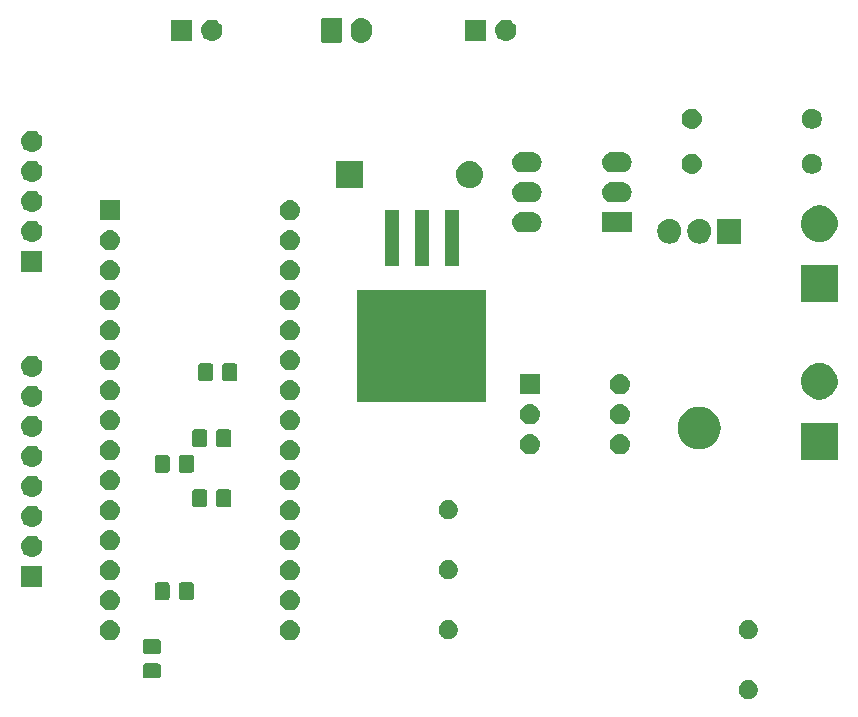
<source format=gbr>
G04 #@! TF.GenerationSoftware,KiCad,Pcbnew,5.1.4-e60b266~84~ubuntu18.04.1*
G04 #@! TF.CreationDate,2019-11-02T22:21:05+01:00*
G04 #@! TF.ProjectId,ReflowControllerREV1,5265666c-6f77-4436-9f6e-74726f6c6c65,rev?*
G04 #@! TF.SameCoordinates,Original*
G04 #@! TF.FileFunction,Soldermask,Bot*
G04 #@! TF.FilePolarity,Negative*
%FSLAX46Y46*%
G04 Gerber Fmt 4.6, Leading zero omitted, Abs format (unit mm)*
G04 Created by KiCad (PCBNEW 5.1.4-e60b266~84~ubuntu18.04.1) date 2019-11-02 22:21:05*
%MOMM*%
%LPD*%
G04 APERTURE LIST*
%ADD10C,0.100000*%
G04 APERTURE END LIST*
D10*
G36*
X246314882Y-130747062D02*
G01*
X246462841Y-130808349D01*
X246595995Y-130897319D01*
X246709241Y-131010565D01*
X246798211Y-131143719D01*
X246859498Y-131291678D01*
X246890740Y-131448745D01*
X246890740Y-131608895D01*
X246859498Y-131765962D01*
X246798211Y-131913921D01*
X246709241Y-132047075D01*
X246595995Y-132160321D01*
X246462841Y-132249291D01*
X246314882Y-132310578D01*
X246157815Y-132341820D01*
X245997665Y-132341820D01*
X245840598Y-132310578D01*
X245692639Y-132249291D01*
X245559485Y-132160321D01*
X245446239Y-132047075D01*
X245357269Y-131913921D01*
X245295982Y-131765962D01*
X245264740Y-131608895D01*
X245264740Y-131448745D01*
X245295982Y-131291678D01*
X245357269Y-131143719D01*
X245446239Y-131010565D01*
X245559485Y-130897319D01*
X245692639Y-130808349D01*
X245840598Y-130747062D01*
X245997665Y-130715820D01*
X246157815Y-130715820D01*
X246314882Y-130747062D01*
X246314882Y-130747062D01*
G37*
G36*
X196168674Y-129308465D02*
G01*
X196206367Y-129319899D01*
X196241103Y-129338466D01*
X196271548Y-129363452D01*
X196296534Y-129393897D01*
X196315101Y-129428633D01*
X196326535Y-129466326D01*
X196331000Y-129511661D01*
X196331000Y-130348339D01*
X196326535Y-130393674D01*
X196315101Y-130431367D01*
X196296534Y-130466103D01*
X196271548Y-130496548D01*
X196241103Y-130521534D01*
X196206367Y-130540101D01*
X196168674Y-130551535D01*
X196123339Y-130556000D01*
X195036661Y-130556000D01*
X194991326Y-130551535D01*
X194953633Y-130540101D01*
X194918897Y-130521534D01*
X194888452Y-130496548D01*
X194863466Y-130466103D01*
X194844899Y-130431367D01*
X194833465Y-130393674D01*
X194829000Y-130348339D01*
X194829000Y-129511661D01*
X194833465Y-129466326D01*
X194844899Y-129428633D01*
X194863466Y-129393897D01*
X194888452Y-129363452D01*
X194918897Y-129338466D01*
X194953633Y-129319899D01*
X194991326Y-129308465D01*
X195036661Y-129304000D01*
X196123339Y-129304000D01*
X196168674Y-129308465D01*
X196168674Y-129308465D01*
G37*
G36*
X196168674Y-127258465D02*
G01*
X196206367Y-127269899D01*
X196241103Y-127288466D01*
X196271548Y-127313452D01*
X196296534Y-127343897D01*
X196315101Y-127378633D01*
X196326535Y-127416326D01*
X196331000Y-127461661D01*
X196331000Y-128298339D01*
X196326535Y-128343674D01*
X196315101Y-128381367D01*
X196296534Y-128416103D01*
X196271548Y-128446548D01*
X196241103Y-128471534D01*
X196206367Y-128490101D01*
X196168674Y-128501535D01*
X196123339Y-128506000D01*
X195036661Y-128506000D01*
X194991326Y-128501535D01*
X194953633Y-128490101D01*
X194918897Y-128471534D01*
X194888452Y-128446548D01*
X194863466Y-128416103D01*
X194844899Y-128381367D01*
X194833465Y-128343674D01*
X194829000Y-128298339D01*
X194829000Y-127461661D01*
X194833465Y-127416326D01*
X194844899Y-127378633D01*
X194863466Y-127343897D01*
X194888452Y-127313452D01*
X194918897Y-127288466D01*
X194953633Y-127269899D01*
X194991326Y-127258465D01*
X195036661Y-127254000D01*
X196123339Y-127254000D01*
X196168674Y-127258465D01*
X196168674Y-127258465D01*
G37*
G36*
X207430823Y-125653313D02*
G01*
X207591242Y-125701976D01*
X207640582Y-125728349D01*
X207739078Y-125780996D01*
X207868659Y-125887341D01*
X207975004Y-126016922D01*
X207975005Y-126016924D01*
X208054024Y-126164758D01*
X208102687Y-126325177D01*
X208119117Y-126492000D01*
X208102687Y-126658823D01*
X208054024Y-126819242D01*
X207983114Y-126951906D01*
X207975004Y-126967078D01*
X207868659Y-127096659D01*
X207739078Y-127203004D01*
X207739076Y-127203005D01*
X207591242Y-127282024D01*
X207430823Y-127330687D01*
X207305804Y-127343000D01*
X207222196Y-127343000D01*
X207097177Y-127330687D01*
X206936758Y-127282024D01*
X206788924Y-127203005D01*
X206788922Y-127203004D01*
X206659341Y-127096659D01*
X206552996Y-126967078D01*
X206544886Y-126951906D01*
X206473976Y-126819242D01*
X206425313Y-126658823D01*
X206408883Y-126492000D01*
X206425313Y-126325177D01*
X206473976Y-126164758D01*
X206552995Y-126016924D01*
X206552996Y-126016922D01*
X206659341Y-125887341D01*
X206788922Y-125780996D01*
X206887418Y-125728349D01*
X206936758Y-125701976D01*
X207097177Y-125653313D01*
X207222196Y-125641000D01*
X207305804Y-125641000D01*
X207430823Y-125653313D01*
X207430823Y-125653313D01*
G37*
G36*
X192190823Y-125653313D02*
G01*
X192351242Y-125701976D01*
X192400582Y-125728349D01*
X192499078Y-125780996D01*
X192628659Y-125887341D01*
X192735004Y-126016922D01*
X192735005Y-126016924D01*
X192814024Y-126164758D01*
X192862687Y-126325177D01*
X192879117Y-126492000D01*
X192862687Y-126658823D01*
X192814024Y-126819242D01*
X192743114Y-126951906D01*
X192735004Y-126967078D01*
X192628659Y-127096659D01*
X192499078Y-127203004D01*
X192499076Y-127203005D01*
X192351242Y-127282024D01*
X192190823Y-127330687D01*
X192065804Y-127343000D01*
X191982196Y-127343000D01*
X191857177Y-127330687D01*
X191696758Y-127282024D01*
X191548924Y-127203005D01*
X191548922Y-127203004D01*
X191419341Y-127096659D01*
X191312996Y-126967078D01*
X191304886Y-126951906D01*
X191233976Y-126819242D01*
X191185313Y-126658823D01*
X191168883Y-126492000D01*
X191185313Y-126325177D01*
X191233976Y-126164758D01*
X191312995Y-126016924D01*
X191312996Y-126016922D01*
X191419341Y-125887341D01*
X191548922Y-125780996D01*
X191647418Y-125728349D01*
X191696758Y-125701976D01*
X191857177Y-125653313D01*
X191982196Y-125641000D01*
X192065804Y-125641000D01*
X192190823Y-125653313D01*
X192190823Y-125653313D01*
G37*
G36*
X246314882Y-125667062D02*
G01*
X246462841Y-125728349D01*
X246595995Y-125817319D01*
X246709241Y-125930565D01*
X246798211Y-126063719D01*
X246859498Y-126211678D01*
X246890740Y-126368745D01*
X246890740Y-126528895D01*
X246859498Y-126685962D01*
X246798211Y-126833921D01*
X246709241Y-126967075D01*
X246595995Y-127080321D01*
X246462841Y-127169291D01*
X246314882Y-127230578D01*
X246157815Y-127261820D01*
X245997665Y-127261820D01*
X245840598Y-127230578D01*
X245692639Y-127169291D01*
X245559485Y-127080321D01*
X245446239Y-126967075D01*
X245357269Y-126833921D01*
X245295982Y-126685962D01*
X245264740Y-126528895D01*
X245264740Y-126368745D01*
X245295982Y-126211678D01*
X245357269Y-126063719D01*
X245446239Y-125930565D01*
X245559485Y-125817319D01*
X245692639Y-125728349D01*
X245840598Y-125667062D01*
X245997665Y-125635820D01*
X246157815Y-125635820D01*
X246314882Y-125667062D01*
X246314882Y-125667062D01*
G37*
G36*
X220914882Y-125667062D02*
G01*
X221062841Y-125728349D01*
X221195995Y-125817319D01*
X221309241Y-125930565D01*
X221398211Y-126063719D01*
X221459498Y-126211678D01*
X221490740Y-126368745D01*
X221490740Y-126528895D01*
X221459498Y-126685962D01*
X221398211Y-126833921D01*
X221309241Y-126967075D01*
X221195995Y-127080321D01*
X221062841Y-127169291D01*
X220914882Y-127230578D01*
X220757815Y-127261820D01*
X220597665Y-127261820D01*
X220440598Y-127230578D01*
X220292639Y-127169291D01*
X220159485Y-127080321D01*
X220046239Y-126967075D01*
X219957269Y-126833921D01*
X219895982Y-126685962D01*
X219864740Y-126528895D01*
X219864740Y-126368745D01*
X219895982Y-126211678D01*
X219957269Y-126063719D01*
X220046239Y-125930565D01*
X220159485Y-125817319D01*
X220292639Y-125728349D01*
X220440598Y-125667062D01*
X220597665Y-125635820D01*
X220757815Y-125635820D01*
X220914882Y-125667062D01*
X220914882Y-125667062D01*
G37*
G36*
X207430823Y-123113313D02*
G01*
X207591242Y-123161976D01*
X207723906Y-123232886D01*
X207739078Y-123240996D01*
X207868659Y-123347341D01*
X207975004Y-123476922D01*
X207975005Y-123476924D01*
X208054024Y-123624758D01*
X208102687Y-123785177D01*
X208119117Y-123952000D01*
X208102687Y-124118823D01*
X208054024Y-124279242D01*
X207983114Y-124411906D01*
X207975004Y-124427078D01*
X207868659Y-124556659D01*
X207739078Y-124663004D01*
X207739076Y-124663005D01*
X207591242Y-124742024D01*
X207430823Y-124790687D01*
X207305804Y-124803000D01*
X207222196Y-124803000D01*
X207097177Y-124790687D01*
X206936758Y-124742024D01*
X206788924Y-124663005D01*
X206788922Y-124663004D01*
X206659341Y-124556659D01*
X206552996Y-124427078D01*
X206544886Y-124411906D01*
X206473976Y-124279242D01*
X206425313Y-124118823D01*
X206408883Y-123952000D01*
X206425313Y-123785177D01*
X206473976Y-123624758D01*
X206552995Y-123476924D01*
X206552996Y-123476922D01*
X206659341Y-123347341D01*
X206788922Y-123240996D01*
X206804094Y-123232886D01*
X206936758Y-123161976D01*
X207097177Y-123113313D01*
X207222196Y-123101000D01*
X207305804Y-123101000D01*
X207430823Y-123113313D01*
X207430823Y-123113313D01*
G37*
G36*
X192190823Y-123113313D02*
G01*
X192351242Y-123161976D01*
X192483906Y-123232886D01*
X192499078Y-123240996D01*
X192628659Y-123347341D01*
X192735004Y-123476922D01*
X192735005Y-123476924D01*
X192814024Y-123624758D01*
X192862687Y-123785177D01*
X192879117Y-123952000D01*
X192862687Y-124118823D01*
X192814024Y-124279242D01*
X192743114Y-124411906D01*
X192735004Y-124427078D01*
X192628659Y-124556659D01*
X192499078Y-124663004D01*
X192499076Y-124663005D01*
X192351242Y-124742024D01*
X192190823Y-124790687D01*
X192065804Y-124803000D01*
X191982196Y-124803000D01*
X191857177Y-124790687D01*
X191696758Y-124742024D01*
X191548924Y-124663005D01*
X191548922Y-124663004D01*
X191419341Y-124556659D01*
X191312996Y-124427078D01*
X191304886Y-124411906D01*
X191233976Y-124279242D01*
X191185313Y-124118823D01*
X191168883Y-123952000D01*
X191185313Y-123785177D01*
X191233976Y-123624758D01*
X191312995Y-123476924D01*
X191312996Y-123476922D01*
X191419341Y-123347341D01*
X191548922Y-123240996D01*
X191564094Y-123232886D01*
X191696758Y-123161976D01*
X191857177Y-123113313D01*
X191982196Y-123101000D01*
X192065804Y-123101000D01*
X192190823Y-123113313D01*
X192190823Y-123113313D01*
G37*
G36*
X198973674Y-122443465D02*
G01*
X199011367Y-122454899D01*
X199046103Y-122473466D01*
X199076548Y-122498452D01*
X199101534Y-122528897D01*
X199120101Y-122563633D01*
X199131535Y-122601326D01*
X199136000Y-122646661D01*
X199136000Y-123733339D01*
X199131535Y-123778674D01*
X199120101Y-123816367D01*
X199101534Y-123851103D01*
X199076548Y-123881548D01*
X199046103Y-123906534D01*
X199011367Y-123925101D01*
X198973674Y-123936535D01*
X198928339Y-123941000D01*
X198091661Y-123941000D01*
X198046326Y-123936535D01*
X198008633Y-123925101D01*
X197973897Y-123906534D01*
X197943452Y-123881548D01*
X197918466Y-123851103D01*
X197899899Y-123816367D01*
X197888465Y-123778674D01*
X197884000Y-123733339D01*
X197884000Y-122646661D01*
X197888465Y-122601326D01*
X197899899Y-122563633D01*
X197918466Y-122528897D01*
X197943452Y-122498452D01*
X197973897Y-122473466D01*
X198008633Y-122454899D01*
X198046326Y-122443465D01*
X198091661Y-122439000D01*
X198928339Y-122439000D01*
X198973674Y-122443465D01*
X198973674Y-122443465D01*
G37*
G36*
X196923674Y-122443465D02*
G01*
X196961367Y-122454899D01*
X196996103Y-122473466D01*
X197026548Y-122498452D01*
X197051534Y-122528897D01*
X197070101Y-122563633D01*
X197081535Y-122601326D01*
X197086000Y-122646661D01*
X197086000Y-123733339D01*
X197081535Y-123778674D01*
X197070101Y-123816367D01*
X197051534Y-123851103D01*
X197026548Y-123881548D01*
X196996103Y-123906534D01*
X196961367Y-123925101D01*
X196923674Y-123936535D01*
X196878339Y-123941000D01*
X196041661Y-123941000D01*
X195996326Y-123936535D01*
X195958633Y-123925101D01*
X195923897Y-123906534D01*
X195893452Y-123881548D01*
X195868466Y-123851103D01*
X195849899Y-123816367D01*
X195838465Y-123778674D01*
X195834000Y-123733339D01*
X195834000Y-122646661D01*
X195838465Y-122601326D01*
X195849899Y-122563633D01*
X195868466Y-122528897D01*
X195893452Y-122498452D01*
X195923897Y-122473466D01*
X195958633Y-122454899D01*
X195996326Y-122443465D01*
X196041661Y-122439000D01*
X196878339Y-122439000D01*
X196923674Y-122443465D01*
X196923674Y-122443465D01*
G37*
G36*
X186321000Y-122821000D02*
G01*
X184519000Y-122821000D01*
X184519000Y-121019000D01*
X186321000Y-121019000D01*
X186321000Y-122821000D01*
X186321000Y-122821000D01*
G37*
G36*
X207430823Y-120573313D02*
G01*
X207591242Y-120621976D01*
X207640582Y-120648349D01*
X207739078Y-120700996D01*
X207868659Y-120807341D01*
X207975004Y-120936922D01*
X207975005Y-120936924D01*
X208054024Y-121084758D01*
X208102687Y-121245177D01*
X208119117Y-121412000D01*
X208102687Y-121578823D01*
X208054024Y-121739242D01*
X207983114Y-121871906D01*
X207975004Y-121887078D01*
X207868659Y-122016659D01*
X207739078Y-122123004D01*
X207739076Y-122123005D01*
X207591242Y-122202024D01*
X207430823Y-122250687D01*
X207305804Y-122263000D01*
X207222196Y-122263000D01*
X207097177Y-122250687D01*
X206936758Y-122202024D01*
X206788924Y-122123005D01*
X206788922Y-122123004D01*
X206659341Y-122016659D01*
X206552996Y-121887078D01*
X206544886Y-121871906D01*
X206473976Y-121739242D01*
X206425313Y-121578823D01*
X206408883Y-121412000D01*
X206425313Y-121245177D01*
X206473976Y-121084758D01*
X206552995Y-120936924D01*
X206552996Y-120936922D01*
X206659341Y-120807341D01*
X206788922Y-120700996D01*
X206887418Y-120648349D01*
X206936758Y-120621976D01*
X207097177Y-120573313D01*
X207222196Y-120561000D01*
X207305804Y-120561000D01*
X207430823Y-120573313D01*
X207430823Y-120573313D01*
G37*
G36*
X192190823Y-120573313D02*
G01*
X192351242Y-120621976D01*
X192400582Y-120648349D01*
X192499078Y-120700996D01*
X192628659Y-120807341D01*
X192735004Y-120936922D01*
X192735005Y-120936924D01*
X192814024Y-121084758D01*
X192862687Y-121245177D01*
X192879117Y-121412000D01*
X192862687Y-121578823D01*
X192814024Y-121739242D01*
X192743114Y-121871906D01*
X192735004Y-121887078D01*
X192628659Y-122016659D01*
X192499078Y-122123004D01*
X192499076Y-122123005D01*
X192351242Y-122202024D01*
X192190823Y-122250687D01*
X192065804Y-122263000D01*
X191982196Y-122263000D01*
X191857177Y-122250687D01*
X191696758Y-122202024D01*
X191548924Y-122123005D01*
X191548922Y-122123004D01*
X191419341Y-122016659D01*
X191312996Y-121887078D01*
X191304886Y-121871906D01*
X191233976Y-121739242D01*
X191185313Y-121578823D01*
X191168883Y-121412000D01*
X191185313Y-121245177D01*
X191233976Y-121084758D01*
X191312995Y-120936924D01*
X191312996Y-120936922D01*
X191419341Y-120807341D01*
X191548922Y-120700996D01*
X191647418Y-120648349D01*
X191696758Y-120621976D01*
X191857177Y-120573313D01*
X191982196Y-120561000D01*
X192065804Y-120561000D01*
X192190823Y-120573313D01*
X192190823Y-120573313D01*
G37*
G36*
X220914882Y-120587062D02*
G01*
X221062841Y-120648349D01*
X221195995Y-120737319D01*
X221309241Y-120850565D01*
X221398211Y-120983719D01*
X221459498Y-121131678D01*
X221490740Y-121288745D01*
X221490740Y-121448895D01*
X221459498Y-121605962D01*
X221398211Y-121753921D01*
X221309241Y-121887075D01*
X221195995Y-122000321D01*
X221062841Y-122089291D01*
X220914882Y-122150578D01*
X220757815Y-122181820D01*
X220597665Y-122181820D01*
X220440598Y-122150578D01*
X220292639Y-122089291D01*
X220159485Y-122000321D01*
X220046239Y-121887075D01*
X219957269Y-121753921D01*
X219895982Y-121605962D01*
X219864740Y-121448895D01*
X219864740Y-121288745D01*
X219895982Y-121131678D01*
X219957269Y-120983719D01*
X220046239Y-120850565D01*
X220159485Y-120737319D01*
X220292639Y-120648349D01*
X220440598Y-120587062D01*
X220597665Y-120555820D01*
X220757815Y-120555820D01*
X220914882Y-120587062D01*
X220914882Y-120587062D01*
G37*
G36*
X185530442Y-118485518D02*
G01*
X185596627Y-118492037D01*
X185766466Y-118543557D01*
X185922991Y-118627222D01*
X185958729Y-118656552D01*
X186060186Y-118739814D01*
X186143448Y-118841271D01*
X186172778Y-118877009D01*
X186256443Y-119033534D01*
X186307963Y-119203373D01*
X186325359Y-119380000D01*
X186307963Y-119556627D01*
X186256443Y-119726466D01*
X186172778Y-119882991D01*
X186143448Y-119918729D01*
X186060186Y-120020186D01*
X185958729Y-120103448D01*
X185922991Y-120132778D01*
X185766466Y-120216443D01*
X185596627Y-120267963D01*
X185530442Y-120274482D01*
X185464260Y-120281000D01*
X185375740Y-120281000D01*
X185309558Y-120274482D01*
X185243373Y-120267963D01*
X185073534Y-120216443D01*
X184917009Y-120132778D01*
X184881271Y-120103448D01*
X184779814Y-120020186D01*
X184696552Y-119918729D01*
X184667222Y-119882991D01*
X184583557Y-119726466D01*
X184532037Y-119556627D01*
X184514641Y-119380000D01*
X184532037Y-119203373D01*
X184583557Y-119033534D01*
X184667222Y-118877009D01*
X184696552Y-118841271D01*
X184779814Y-118739814D01*
X184881271Y-118656552D01*
X184917009Y-118627222D01*
X185073534Y-118543557D01*
X185243373Y-118492037D01*
X185309558Y-118485518D01*
X185375740Y-118479000D01*
X185464260Y-118479000D01*
X185530442Y-118485518D01*
X185530442Y-118485518D01*
G37*
G36*
X207430823Y-118033313D02*
G01*
X207591242Y-118081976D01*
X207723906Y-118152886D01*
X207739078Y-118160996D01*
X207868659Y-118267341D01*
X207975004Y-118396922D01*
X207975005Y-118396924D01*
X208054024Y-118544758D01*
X208102687Y-118705177D01*
X208119117Y-118872000D01*
X208102687Y-119038823D01*
X208054024Y-119199242D01*
X207983114Y-119331906D01*
X207975004Y-119347078D01*
X207868659Y-119476659D01*
X207739078Y-119583004D01*
X207739076Y-119583005D01*
X207591242Y-119662024D01*
X207430823Y-119710687D01*
X207305804Y-119723000D01*
X207222196Y-119723000D01*
X207097177Y-119710687D01*
X206936758Y-119662024D01*
X206788924Y-119583005D01*
X206788922Y-119583004D01*
X206659341Y-119476659D01*
X206552996Y-119347078D01*
X206544886Y-119331906D01*
X206473976Y-119199242D01*
X206425313Y-119038823D01*
X206408883Y-118872000D01*
X206425313Y-118705177D01*
X206473976Y-118544758D01*
X206552995Y-118396924D01*
X206552996Y-118396922D01*
X206659341Y-118267341D01*
X206788922Y-118160996D01*
X206804094Y-118152886D01*
X206936758Y-118081976D01*
X207097177Y-118033313D01*
X207222196Y-118021000D01*
X207305804Y-118021000D01*
X207430823Y-118033313D01*
X207430823Y-118033313D01*
G37*
G36*
X192190823Y-118033313D02*
G01*
X192351242Y-118081976D01*
X192483906Y-118152886D01*
X192499078Y-118160996D01*
X192628659Y-118267341D01*
X192735004Y-118396922D01*
X192735005Y-118396924D01*
X192814024Y-118544758D01*
X192862687Y-118705177D01*
X192879117Y-118872000D01*
X192862687Y-119038823D01*
X192814024Y-119199242D01*
X192743114Y-119331906D01*
X192735004Y-119347078D01*
X192628659Y-119476659D01*
X192499078Y-119583004D01*
X192499076Y-119583005D01*
X192351242Y-119662024D01*
X192190823Y-119710687D01*
X192065804Y-119723000D01*
X191982196Y-119723000D01*
X191857177Y-119710687D01*
X191696758Y-119662024D01*
X191548924Y-119583005D01*
X191548922Y-119583004D01*
X191419341Y-119476659D01*
X191312996Y-119347078D01*
X191304886Y-119331906D01*
X191233976Y-119199242D01*
X191185313Y-119038823D01*
X191168883Y-118872000D01*
X191185313Y-118705177D01*
X191233976Y-118544758D01*
X191312995Y-118396924D01*
X191312996Y-118396922D01*
X191419341Y-118267341D01*
X191548922Y-118160996D01*
X191564094Y-118152886D01*
X191696758Y-118081976D01*
X191857177Y-118033313D01*
X191982196Y-118021000D01*
X192065804Y-118021000D01*
X192190823Y-118033313D01*
X192190823Y-118033313D01*
G37*
G36*
X185530442Y-115945518D02*
G01*
X185596627Y-115952037D01*
X185766466Y-116003557D01*
X185922991Y-116087222D01*
X185958729Y-116116552D01*
X186060186Y-116199814D01*
X186143448Y-116301271D01*
X186172778Y-116337009D01*
X186256443Y-116493534D01*
X186307963Y-116663373D01*
X186325359Y-116840000D01*
X186307963Y-117016627D01*
X186256443Y-117186466D01*
X186172778Y-117342991D01*
X186143448Y-117378729D01*
X186060186Y-117480186D01*
X185958729Y-117563448D01*
X185922991Y-117592778D01*
X185766466Y-117676443D01*
X185596627Y-117727963D01*
X185530442Y-117734482D01*
X185464260Y-117741000D01*
X185375740Y-117741000D01*
X185309558Y-117734482D01*
X185243373Y-117727963D01*
X185073534Y-117676443D01*
X184917009Y-117592778D01*
X184881271Y-117563448D01*
X184779814Y-117480186D01*
X184696552Y-117378729D01*
X184667222Y-117342991D01*
X184583557Y-117186466D01*
X184532037Y-117016627D01*
X184514641Y-116840000D01*
X184532037Y-116663373D01*
X184583557Y-116493534D01*
X184667222Y-116337009D01*
X184696552Y-116301271D01*
X184779814Y-116199814D01*
X184881271Y-116116552D01*
X184917009Y-116087222D01*
X185073534Y-116003557D01*
X185243373Y-115952037D01*
X185309558Y-115945518D01*
X185375740Y-115939000D01*
X185464260Y-115939000D01*
X185530442Y-115945518D01*
X185530442Y-115945518D01*
G37*
G36*
X207430823Y-115493313D02*
G01*
X207591242Y-115541976D01*
X207640582Y-115568349D01*
X207739078Y-115620996D01*
X207868659Y-115727341D01*
X207975004Y-115856922D01*
X207975005Y-115856924D01*
X208054024Y-116004758D01*
X208102687Y-116165177D01*
X208119117Y-116332000D01*
X208102687Y-116498823D01*
X208054024Y-116659242D01*
X207983114Y-116791906D01*
X207975004Y-116807078D01*
X207868659Y-116936659D01*
X207739078Y-117043004D01*
X207739076Y-117043005D01*
X207591242Y-117122024D01*
X207430823Y-117170687D01*
X207305804Y-117183000D01*
X207222196Y-117183000D01*
X207097177Y-117170687D01*
X206936758Y-117122024D01*
X206788924Y-117043005D01*
X206788922Y-117043004D01*
X206659341Y-116936659D01*
X206552996Y-116807078D01*
X206544886Y-116791906D01*
X206473976Y-116659242D01*
X206425313Y-116498823D01*
X206408883Y-116332000D01*
X206425313Y-116165177D01*
X206473976Y-116004758D01*
X206552995Y-115856924D01*
X206552996Y-115856922D01*
X206659341Y-115727341D01*
X206788922Y-115620996D01*
X206887418Y-115568349D01*
X206936758Y-115541976D01*
X207097177Y-115493313D01*
X207222196Y-115481000D01*
X207305804Y-115481000D01*
X207430823Y-115493313D01*
X207430823Y-115493313D01*
G37*
G36*
X192190823Y-115493313D02*
G01*
X192351242Y-115541976D01*
X192400582Y-115568349D01*
X192499078Y-115620996D01*
X192628659Y-115727341D01*
X192735004Y-115856922D01*
X192735005Y-115856924D01*
X192814024Y-116004758D01*
X192862687Y-116165177D01*
X192879117Y-116332000D01*
X192862687Y-116498823D01*
X192814024Y-116659242D01*
X192743114Y-116791906D01*
X192735004Y-116807078D01*
X192628659Y-116936659D01*
X192499078Y-117043004D01*
X192499076Y-117043005D01*
X192351242Y-117122024D01*
X192190823Y-117170687D01*
X192065804Y-117183000D01*
X191982196Y-117183000D01*
X191857177Y-117170687D01*
X191696758Y-117122024D01*
X191548924Y-117043005D01*
X191548922Y-117043004D01*
X191419341Y-116936659D01*
X191312996Y-116807078D01*
X191304886Y-116791906D01*
X191233976Y-116659242D01*
X191185313Y-116498823D01*
X191168883Y-116332000D01*
X191185313Y-116165177D01*
X191233976Y-116004758D01*
X191312995Y-115856924D01*
X191312996Y-115856922D01*
X191419341Y-115727341D01*
X191548922Y-115620996D01*
X191647418Y-115568349D01*
X191696758Y-115541976D01*
X191857177Y-115493313D01*
X191982196Y-115481000D01*
X192065804Y-115481000D01*
X192190823Y-115493313D01*
X192190823Y-115493313D01*
G37*
G36*
X220914882Y-115507062D02*
G01*
X221062841Y-115568349D01*
X221195995Y-115657319D01*
X221309241Y-115770565D01*
X221398211Y-115903719D01*
X221459498Y-116051678D01*
X221490740Y-116208745D01*
X221490740Y-116368895D01*
X221459498Y-116525962D01*
X221398211Y-116673921D01*
X221309241Y-116807075D01*
X221195995Y-116920321D01*
X221062841Y-117009291D01*
X220914882Y-117070578D01*
X220757815Y-117101820D01*
X220597665Y-117101820D01*
X220440598Y-117070578D01*
X220292639Y-117009291D01*
X220159485Y-116920321D01*
X220046239Y-116807075D01*
X219957269Y-116673921D01*
X219895982Y-116525962D01*
X219864740Y-116368895D01*
X219864740Y-116208745D01*
X219895982Y-116051678D01*
X219957269Y-115903719D01*
X220046239Y-115770565D01*
X220159485Y-115657319D01*
X220292639Y-115568349D01*
X220440598Y-115507062D01*
X220597665Y-115475820D01*
X220757815Y-115475820D01*
X220914882Y-115507062D01*
X220914882Y-115507062D01*
G37*
G36*
X202148674Y-114569465D02*
G01*
X202186367Y-114580899D01*
X202221103Y-114599466D01*
X202251548Y-114624452D01*
X202276534Y-114654897D01*
X202295101Y-114689633D01*
X202306535Y-114727326D01*
X202311000Y-114772661D01*
X202311000Y-115859339D01*
X202306535Y-115904674D01*
X202295101Y-115942367D01*
X202276534Y-115977103D01*
X202251548Y-116007548D01*
X202221103Y-116032534D01*
X202186367Y-116051101D01*
X202148674Y-116062535D01*
X202103339Y-116067000D01*
X201266661Y-116067000D01*
X201221326Y-116062535D01*
X201183633Y-116051101D01*
X201148897Y-116032534D01*
X201118452Y-116007548D01*
X201093466Y-115977103D01*
X201074899Y-115942367D01*
X201063465Y-115904674D01*
X201059000Y-115859339D01*
X201059000Y-114772661D01*
X201063465Y-114727326D01*
X201074899Y-114689633D01*
X201093466Y-114654897D01*
X201118452Y-114624452D01*
X201148897Y-114599466D01*
X201183633Y-114580899D01*
X201221326Y-114569465D01*
X201266661Y-114565000D01*
X202103339Y-114565000D01*
X202148674Y-114569465D01*
X202148674Y-114569465D01*
G37*
G36*
X200098674Y-114569465D02*
G01*
X200136367Y-114580899D01*
X200171103Y-114599466D01*
X200201548Y-114624452D01*
X200226534Y-114654897D01*
X200245101Y-114689633D01*
X200256535Y-114727326D01*
X200261000Y-114772661D01*
X200261000Y-115859339D01*
X200256535Y-115904674D01*
X200245101Y-115942367D01*
X200226534Y-115977103D01*
X200201548Y-116007548D01*
X200171103Y-116032534D01*
X200136367Y-116051101D01*
X200098674Y-116062535D01*
X200053339Y-116067000D01*
X199216661Y-116067000D01*
X199171326Y-116062535D01*
X199133633Y-116051101D01*
X199098897Y-116032534D01*
X199068452Y-116007548D01*
X199043466Y-115977103D01*
X199024899Y-115942367D01*
X199013465Y-115904674D01*
X199009000Y-115859339D01*
X199009000Y-114772661D01*
X199013465Y-114727326D01*
X199024899Y-114689633D01*
X199043466Y-114654897D01*
X199068452Y-114624452D01*
X199098897Y-114599466D01*
X199133633Y-114580899D01*
X199171326Y-114569465D01*
X199216661Y-114565000D01*
X200053339Y-114565000D01*
X200098674Y-114569465D01*
X200098674Y-114569465D01*
G37*
G36*
X185530443Y-113405519D02*
G01*
X185596627Y-113412037D01*
X185766466Y-113463557D01*
X185922991Y-113547222D01*
X185958729Y-113576552D01*
X186060186Y-113659814D01*
X186143448Y-113761271D01*
X186172778Y-113797009D01*
X186256443Y-113953534D01*
X186307963Y-114123373D01*
X186325359Y-114300000D01*
X186307963Y-114476627D01*
X186256443Y-114646466D01*
X186172778Y-114802991D01*
X186144725Y-114837173D01*
X186060186Y-114940186D01*
X185958729Y-115023448D01*
X185922991Y-115052778D01*
X185766466Y-115136443D01*
X185596627Y-115187963D01*
X185530442Y-115194482D01*
X185464260Y-115201000D01*
X185375740Y-115201000D01*
X185309558Y-115194482D01*
X185243373Y-115187963D01*
X185073534Y-115136443D01*
X184917009Y-115052778D01*
X184881271Y-115023448D01*
X184779814Y-114940186D01*
X184695275Y-114837173D01*
X184667222Y-114802991D01*
X184583557Y-114646466D01*
X184532037Y-114476627D01*
X184514641Y-114300000D01*
X184532037Y-114123373D01*
X184583557Y-113953534D01*
X184667222Y-113797009D01*
X184696552Y-113761271D01*
X184779814Y-113659814D01*
X184881271Y-113576552D01*
X184917009Y-113547222D01*
X185073534Y-113463557D01*
X185243373Y-113412037D01*
X185309557Y-113405519D01*
X185375740Y-113399000D01*
X185464260Y-113399000D01*
X185530443Y-113405519D01*
X185530443Y-113405519D01*
G37*
G36*
X192190823Y-112953313D02*
G01*
X192351242Y-113001976D01*
X192452506Y-113056103D01*
X192499078Y-113080996D01*
X192628659Y-113187341D01*
X192735004Y-113316922D01*
X192735005Y-113316924D01*
X192814024Y-113464758D01*
X192862687Y-113625177D01*
X192879117Y-113792000D01*
X192862687Y-113958823D01*
X192814024Y-114119242D01*
X192743114Y-114251906D01*
X192735004Y-114267078D01*
X192628659Y-114396659D01*
X192499078Y-114503004D01*
X192499076Y-114503005D01*
X192351242Y-114582024D01*
X192190823Y-114630687D01*
X192065804Y-114643000D01*
X191982196Y-114643000D01*
X191857177Y-114630687D01*
X191696758Y-114582024D01*
X191548924Y-114503005D01*
X191548922Y-114503004D01*
X191419341Y-114396659D01*
X191312996Y-114267078D01*
X191304886Y-114251906D01*
X191233976Y-114119242D01*
X191185313Y-113958823D01*
X191168883Y-113792000D01*
X191185313Y-113625177D01*
X191233976Y-113464758D01*
X191312995Y-113316924D01*
X191312996Y-113316922D01*
X191419341Y-113187341D01*
X191548922Y-113080996D01*
X191595494Y-113056103D01*
X191696758Y-113001976D01*
X191857177Y-112953313D01*
X191982196Y-112941000D01*
X192065804Y-112941000D01*
X192190823Y-112953313D01*
X192190823Y-112953313D01*
G37*
G36*
X207430823Y-112953313D02*
G01*
X207591242Y-113001976D01*
X207692506Y-113056103D01*
X207739078Y-113080996D01*
X207868659Y-113187341D01*
X207975004Y-113316922D01*
X207975005Y-113316924D01*
X208054024Y-113464758D01*
X208102687Y-113625177D01*
X208119117Y-113792000D01*
X208102687Y-113958823D01*
X208054024Y-114119242D01*
X207983114Y-114251906D01*
X207975004Y-114267078D01*
X207868659Y-114396659D01*
X207739078Y-114503004D01*
X207739076Y-114503005D01*
X207591242Y-114582024D01*
X207430823Y-114630687D01*
X207305804Y-114643000D01*
X207222196Y-114643000D01*
X207097177Y-114630687D01*
X206936758Y-114582024D01*
X206788924Y-114503005D01*
X206788922Y-114503004D01*
X206659341Y-114396659D01*
X206552996Y-114267078D01*
X206544886Y-114251906D01*
X206473976Y-114119242D01*
X206425313Y-113958823D01*
X206408883Y-113792000D01*
X206425313Y-113625177D01*
X206473976Y-113464758D01*
X206552995Y-113316924D01*
X206552996Y-113316922D01*
X206659341Y-113187341D01*
X206788922Y-113080996D01*
X206835494Y-113056103D01*
X206936758Y-113001976D01*
X207097177Y-112953313D01*
X207222196Y-112941000D01*
X207305804Y-112941000D01*
X207430823Y-112953313D01*
X207430823Y-112953313D01*
G37*
G36*
X196923674Y-111648465D02*
G01*
X196961367Y-111659899D01*
X196996103Y-111678466D01*
X197026548Y-111703452D01*
X197051534Y-111733897D01*
X197070101Y-111768633D01*
X197081535Y-111806326D01*
X197086000Y-111851661D01*
X197086000Y-112938339D01*
X197081535Y-112983674D01*
X197070101Y-113021367D01*
X197051534Y-113056103D01*
X197026548Y-113086548D01*
X196996103Y-113111534D01*
X196961367Y-113130101D01*
X196923674Y-113141535D01*
X196878339Y-113146000D01*
X196041661Y-113146000D01*
X195996326Y-113141535D01*
X195958633Y-113130101D01*
X195923897Y-113111534D01*
X195893452Y-113086548D01*
X195868466Y-113056103D01*
X195849899Y-113021367D01*
X195838465Y-112983674D01*
X195834000Y-112938339D01*
X195834000Y-111851661D01*
X195838465Y-111806326D01*
X195849899Y-111768633D01*
X195868466Y-111733897D01*
X195893452Y-111703452D01*
X195923897Y-111678466D01*
X195958633Y-111659899D01*
X195996326Y-111648465D01*
X196041661Y-111644000D01*
X196878339Y-111644000D01*
X196923674Y-111648465D01*
X196923674Y-111648465D01*
G37*
G36*
X198973674Y-111648465D02*
G01*
X199011367Y-111659899D01*
X199046103Y-111678466D01*
X199076548Y-111703452D01*
X199101534Y-111733897D01*
X199120101Y-111768633D01*
X199131535Y-111806326D01*
X199136000Y-111851661D01*
X199136000Y-112938339D01*
X199131535Y-112983674D01*
X199120101Y-113021367D01*
X199101534Y-113056103D01*
X199076548Y-113086548D01*
X199046103Y-113111534D01*
X199011367Y-113130101D01*
X198973674Y-113141535D01*
X198928339Y-113146000D01*
X198091661Y-113146000D01*
X198046326Y-113141535D01*
X198008633Y-113130101D01*
X197973897Y-113111534D01*
X197943452Y-113086548D01*
X197918466Y-113056103D01*
X197899899Y-113021367D01*
X197888465Y-112983674D01*
X197884000Y-112938339D01*
X197884000Y-111851661D01*
X197888465Y-111806326D01*
X197899899Y-111768633D01*
X197918466Y-111733897D01*
X197943452Y-111703452D01*
X197973897Y-111678466D01*
X198008633Y-111659899D01*
X198046326Y-111648465D01*
X198091661Y-111644000D01*
X198928339Y-111644000D01*
X198973674Y-111648465D01*
X198973674Y-111648465D01*
G37*
G36*
X185530442Y-110865518D02*
G01*
X185596627Y-110872037D01*
X185766466Y-110923557D01*
X185922991Y-111007222D01*
X185958729Y-111036552D01*
X186060186Y-111119814D01*
X186141647Y-111219076D01*
X186172778Y-111257009D01*
X186256443Y-111413534D01*
X186307963Y-111583373D01*
X186325359Y-111760000D01*
X186307963Y-111936627D01*
X186256443Y-112106466D01*
X186172778Y-112262991D01*
X186143448Y-112298729D01*
X186060186Y-112400186D01*
X185958729Y-112483448D01*
X185922991Y-112512778D01*
X185766466Y-112596443D01*
X185596627Y-112647963D01*
X185530442Y-112654482D01*
X185464260Y-112661000D01*
X185375740Y-112661000D01*
X185309558Y-112654482D01*
X185243373Y-112647963D01*
X185073534Y-112596443D01*
X184917009Y-112512778D01*
X184881271Y-112483448D01*
X184779814Y-112400186D01*
X184696552Y-112298729D01*
X184667222Y-112262991D01*
X184583557Y-112106466D01*
X184532037Y-111936627D01*
X184514641Y-111760000D01*
X184532037Y-111583373D01*
X184583557Y-111413534D01*
X184667222Y-111257009D01*
X184698353Y-111219076D01*
X184779814Y-111119814D01*
X184881271Y-111036552D01*
X184917009Y-111007222D01*
X185073534Y-110923557D01*
X185243373Y-110872037D01*
X185309558Y-110865518D01*
X185375740Y-110859000D01*
X185464260Y-110859000D01*
X185530442Y-110865518D01*
X185530442Y-110865518D01*
G37*
G36*
X207430823Y-110413313D02*
G01*
X207591242Y-110461976D01*
X207723906Y-110532886D01*
X207739078Y-110540996D01*
X207868659Y-110647341D01*
X207975004Y-110776922D01*
X207975005Y-110776924D01*
X208054024Y-110924758D01*
X208102687Y-111085177D01*
X208119117Y-111252000D01*
X208102687Y-111418823D01*
X208054024Y-111579242D01*
X207987632Y-111703452D01*
X207975004Y-111727078D01*
X207868659Y-111856659D01*
X207739078Y-111963004D01*
X207739076Y-111963005D01*
X207591242Y-112042024D01*
X207430823Y-112090687D01*
X207305804Y-112103000D01*
X207222196Y-112103000D01*
X207097177Y-112090687D01*
X206936758Y-112042024D01*
X206788924Y-111963005D01*
X206788922Y-111963004D01*
X206659341Y-111856659D01*
X206552996Y-111727078D01*
X206540368Y-111703452D01*
X206473976Y-111579242D01*
X206425313Y-111418823D01*
X206408883Y-111252000D01*
X206425313Y-111085177D01*
X206473976Y-110924758D01*
X206552995Y-110776924D01*
X206552996Y-110776922D01*
X206659341Y-110647341D01*
X206788922Y-110540996D01*
X206804094Y-110532886D01*
X206936758Y-110461976D01*
X207097177Y-110413313D01*
X207222196Y-110401000D01*
X207305804Y-110401000D01*
X207430823Y-110413313D01*
X207430823Y-110413313D01*
G37*
G36*
X192190823Y-110413313D02*
G01*
X192351242Y-110461976D01*
X192483906Y-110532886D01*
X192499078Y-110540996D01*
X192628659Y-110647341D01*
X192735004Y-110776922D01*
X192735005Y-110776924D01*
X192814024Y-110924758D01*
X192862687Y-111085177D01*
X192879117Y-111252000D01*
X192862687Y-111418823D01*
X192814024Y-111579242D01*
X192747632Y-111703452D01*
X192735004Y-111727078D01*
X192628659Y-111856659D01*
X192499078Y-111963004D01*
X192499076Y-111963005D01*
X192351242Y-112042024D01*
X192190823Y-112090687D01*
X192065804Y-112103000D01*
X191982196Y-112103000D01*
X191857177Y-112090687D01*
X191696758Y-112042024D01*
X191548924Y-111963005D01*
X191548922Y-111963004D01*
X191419341Y-111856659D01*
X191312996Y-111727078D01*
X191300368Y-111703452D01*
X191233976Y-111579242D01*
X191185313Y-111418823D01*
X191168883Y-111252000D01*
X191185313Y-111085177D01*
X191233976Y-110924758D01*
X191312995Y-110776924D01*
X191312996Y-110776922D01*
X191419341Y-110647341D01*
X191548922Y-110540996D01*
X191564094Y-110532886D01*
X191696758Y-110461976D01*
X191857177Y-110413313D01*
X191982196Y-110401000D01*
X192065804Y-110401000D01*
X192190823Y-110413313D01*
X192190823Y-110413313D01*
G37*
G36*
X253646000Y-112041000D02*
G01*
X250544000Y-112041000D01*
X250544000Y-108939000D01*
X253646000Y-108939000D01*
X253646000Y-112041000D01*
X253646000Y-112041000D01*
G37*
G36*
X227750823Y-109905313D02*
G01*
X227911242Y-109953976D01*
X228043906Y-110024886D01*
X228059078Y-110032996D01*
X228188659Y-110139341D01*
X228295004Y-110268922D01*
X228295005Y-110268924D01*
X228374024Y-110416758D01*
X228422687Y-110577177D01*
X228439117Y-110744000D01*
X228422687Y-110910823D01*
X228374024Y-111071242D01*
X228348061Y-111119815D01*
X228295004Y-111219078D01*
X228188659Y-111348659D01*
X228059078Y-111455004D01*
X228059076Y-111455005D01*
X227911242Y-111534024D01*
X227750823Y-111582687D01*
X227625804Y-111595000D01*
X227542196Y-111595000D01*
X227417177Y-111582687D01*
X227256758Y-111534024D01*
X227108924Y-111455005D01*
X227108922Y-111455004D01*
X226979341Y-111348659D01*
X226872996Y-111219078D01*
X226819939Y-111119815D01*
X226793976Y-111071242D01*
X226745313Y-110910823D01*
X226728883Y-110744000D01*
X226745313Y-110577177D01*
X226793976Y-110416758D01*
X226872995Y-110268924D01*
X226872996Y-110268922D01*
X226979341Y-110139341D01*
X227108922Y-110032996D01*
X227124094Y-110024886D01*
X227256758Y-109953976D01*
X227417177Y-109905313D01*
X227542196Y-109893000D01*
X227625804Y-109893000D01*
X227750823Y-109905313D01*
X227750823Y-109905313D01*
G37*
G36*
X235370823Y-109905313D02*
G01*
X235531242Y-109953976D01*
X235663906Y-110024886D01*
X235679078Y-110032996D01*
X235808659Y-110139341D01*
X235915004Y-110268922D01*
X235915005Y-110268924D01*
X235994024Y-110416758D01*
X236042687Y-110577177D01*
X236059117Y-110744000D01*
X236042687Y-110910823D01*
X235994024Y-111071242D01*
X235968061Y-111119815D01*
X235915004Y-111219078D01*
X235808659Y-111348659D01*
X235679078Y-111455004D01*
X235679076Y-111455005D01*
X235531242Y-111534024D01*
X235370823Y-111582687D01*
X235245804Y-111595000D01*
X235162196Y-111595000D01*
X235037177Y-111582687D01*
X234876758Y-111534024D01*
X234728924Y-111455005D01*
X234728922Y-111455004D01*
X234599341Y-111348659D01*
X234492996Y-111219078D01*
X234439939Y-111119815D01*
X234413976Y-111071242D01*
X234365313Y-110910823D01*
X234348883Y-110744000D01*
X234365313Y-110577177D01*
X234413976Y-110416758D01*
X234492995Y-110268924D01*
X234492996Y-110268922D01*
X234599341Y-110139341D01*
X234728922Y-110032996D01*
X234744094Y-110024886D01*
X234876758Y-109953976D01*
X235037177Y-109905313D01*
X235162196Y-109893000D01*
X235245804Y-109893000D01*
X235370823Y-109905313D01*
X235370823Y-109905313D01*
G37*
G36*
X242111669Y-107577686D02*
G01*
X242288058Y-107595059D01*
X242627548Y-107698042D01*
X242627550Y-107698043D01*
X242940422Y-107865277D01*
X243214661Y-108090339D01*
X243439723Y-108364578D01*
X243528805Y-108531239D01*
X243606958Y-108677452D01*
X243709941Y-109016942D01*
X243744714Y-109370000D01*
X243709941Y-109723058D01*
X243615922Y-110032996D01*
X243606957Y-110062550D01*
X243439723Y-110375422D01*
X243214661Y-110649661D01*
X242940422Y-110874723D01*
X242738720Y-110982535D01*
X242627548Y-111041958D01*
X242288058Y-111144941D01*
X242111669Y-111162314D01*
X242023476Y-111171000D01*
X241846524Y-111171000D01*
X241758331Y-111162314D01*
X241581942Y-111144941D01*
X241242452Y-111041958D01*
X241131280Y-110982535D01*
X240929578Y-110874723D01*
X240655339Y-110649661D01*
X240430277Y-110375422D01*
X240263043Y-110062550D01*
X240254078Y-110032996D01*
X240160059Y-109723058D01*
X240125286Y-109370000D01*
X240160059Y-109016942D01*
X240263042Y-108677452D01*
X240341195Y-108531239D01*
X240430277Y-108364578D01*
X240655339Y-108090339D01*
X240929578Y-107865277D01*
X241242450Y-107698043D01*
X241242452Y-107698042D01*
X241581942Y-107595059D01*
X241758331Y-107577686D01*
X241846524Y-107569000D01*
X242023476Y-107569000D01*
X242111669Y-107577686D01*
X242111669Y-107577686D01*
G37*
G36*
X202148674Y-109489465D02*
G01*
X202186367Y-109500899D01*
X202221103Y-109519466D01*
X202251548Y-109544452D01*
X202276534Y-109574897D01*
X202295101Y-109609633D01*
X202306535Y-109647326D01*
X202311000Y-109692661D01*
X202311000Y-110779339D01*
X202306535Y-110824674D01*
X202295101Y-110862367D01*
X202276534Y-110897103D01*
X202251548Y-110927548D01*
X202221103Y-110952534D01*
X202186367Y-110971101D01*
X202148674Y-110982535D01*
X202103339Y-110987000D01*
X201266661Y-110987000D01*
X201221326Y-110982535D01*
X201183633Y-110971101D01*
X201148897Y-110952534D01*
X201118452Y-110927548D01*
X201093466Y-110897103D01*
X201074899Y-110862367D01*
X201063465Y-110824674D01*
X201059000Y-110779339D01*
X201059000Y-109692661D01*
X201063465Y-109647326D01*
X201074899Y-109609633D01*
X201093466Y-109574897D01*
X201118452Y-109544452D01*
X201148897Y-109519466D01*
X201183633Y-109500899D01*
X201221326Y-109489465D01*
X201266661Y-109485000D01*
X202103339Y-109485000D01*
X202148674Y-109489465D01*
X202148674Y-109489465D01*
G37*
G36*
X200098674Y-109489465D02*
G01*
X200136367Y-109500899D01*
X200171103Y-109519466D01*
X200201548Y-109544452D01*
X200226534Y-109574897D01*
X200245101Y-109609633D01*
X200256535Y-109647326D01*
X200261000Y-109692661D01*
X200261000Y-110779339D01*
X200256535Y-110824674D01*
X200245101Y-110862367D01*
X200226534Y-110897103D01*
X200201548Y-110927548D01*
X200171103Y-110952534D01*
X200136367Y-110971101D01*
X200098674Y-110982535D01*
X200053339Y-110987000D01*
X199216661Y-110987000D01*
X199171326Y-110982535D01*
X199133633Y-110971101D01*
X199098897Y-110952534D01*
X199068452Y-110927548D01*
X199043466Y-110897103D01*
X199024899Y-110862367D01*
X199013465Y-110824674D01*
X199009000Y-110779339D01*
X199009000Y-109692661D01*
X199013465Y-109647326D01*
X199024899Y-109609633D01*
X199043466Y-109574897D01*
X199068452Y-109544452D01*
X199098897Y-109519466D01*
X199133633Y-109500899D01*
X199171326Y-109489465D01*
X199216661Y-109485000D01*
X200053339Y-109485000D01*
X200098674Y-109489465D01*
X200098674Y-109489465D01*
G37*
G36*
X185530443Y-108325519D02*
G01*
X185596627Y-108332037D01*
X185766466Y-108383557D01*
X185922991Y-108467222D01*
X185958729Y-108496552D01*
X186060186Y-108579814D01*
X186140313Y-108677450D01*
X186172778Y-108717009D01*
X186256443Y-108873534D01*
X186307963Y-109043373D01*
X186325359Y-109220000D01*
X186307963Y-109396627D01*
X186256443Y-109566466D01*
X186172778Y-109722991D01*
X186144725Y-109757173D01*
X186060186Y-109860186D01*
X185958729Y-109943448D01*
X185922991Y-109972778D01*
X185766466Y-110056443D01*
X185596627Y-110107963D01*
X185530443Y-110114481D01*
X185464260Y-110121000D01*
X185375740Y-110121000D01*
X185309557Y-110114481D01*
X185243373Y-110107963D01*
X185073534Y-110056443D01*
X184917009Y-109972778D01*
X184881271Y-109943448D01*
X184779814Y-109860186D01*
X184695275Y-109757173D01*
X184667222Y-109722991D01*
X184583557Y-109566466D01*
X184532037Y-109396627D01*
X184514641Y-109220000D01*
X184532037Y-109043373D01*
X184583557Y-108873534D01*
X184667222Y-108717009D01*
X184699687Y-108677450D01*
X184779814Y-108579814D01*
X184881271Y-108496552D01*
X184917009Y-108467222D01*
X185073534Y-108383557D01*
X185243373Y-108332037D01*
X185309557Y-108325519D01*
X185375740Y-108319000D01*
X185464260Y-108319000D01*
X185530443Y-108325519D01*
X185530443Y-108325519D01*
G37*
G36*
X192190823Y-107873313D02*
G01*
X192351242Y-107921976D01*
X192483906Y-107992886D01*
X192499078Y-108000996D01*
X192628659Y-108107341D01*
X192735004Y-108236922D01*
X192735005Y-108236924D01*
X192814024Y-108384758D01*
X192862687Y-108545177D01*
X192879117Y-108712000D01*
X192862687Y-108878823D01*
X192814024Y-109039242D01*
X192805601Y-109055000D01*
X192735004Y-109187078D01*
X192628659Y-109316659D01*
X192499078Y-109423004D01*
X192499076Y-109423005D01*
X192351242Y-109502024D01*
X192190823Y-109550687D01*
X192065804Y-109563000D01*
X191982196Y-109563000D01*
X191857177Y-109550687D01*
X191696758Y-109502024D01*
X191548924Y-109423005D01*
X191548922Y-109423004D01*
X191419341Y-109316659D01*
X191312996Y-109187078D01*
X191242399Y-109055000D01*
X191233976Y-109039242D01*
X191185313Y-108878823D01*
X191168883Y-108712000D01*
X191185313Y-108545177D01*
X191233976Y-108384758D01*
X191312995Y-108236924D01*
X191312996Y-108236922D01*
X191419341Y-108107341D01*
X191548922Y-108000996D01*
X191564094Y-107992886D01*
X191696758Y-107921976D01*
X191857177Y-107873313D01*
X191982196Y-107861000D01*
X192065804Y-107861000D01*
X192190823Y-107873313D01*
X192190823Y-107873313D01*
G37*
G36*
X207430823Y-107873313D02*
G01*
X207591242Y-107921976D01*
X207723906Y-107992886D01*
X207739078Y-108000996D01*
X207868659Y-108107341D01*
X207975004Y-108236922D01*
X207975005Y-108236924D01*
X208054024Y-108384758D01*
X208102687Y-108545177D01*
X208119117Y-108712000D01*
X208102687Y-108878823D01*
X208054024Y-109039242D01*
X208045601Y-109055000D01*
X207975004Y-109187078D01*
X207868659Y-109316659D01*
X207739078Y-109423004D01*
X207739076Y-109423005D01*
X207591242Y-109502024D01*
X207430823Y-109550687D01*
X207305804Y-109563000D01*
X207222196Y-109563000D01*
X207097177Y-109550687D01*
X206936758Y-109502024D01*
X206788924Y-109423005D01*
X206788922Y-109423004D01*
X206659341Y-109316659D01*
X206552996Y-109187078D01*
X206482399Y-109055000D01*
X206473976Y-109039242D01*
X206425313Y-108878823D01*
X206408883Y-108712000D01*
X206425313Y-108545177D01*
X206473976Y-108384758D01*
X206552995Y-108236924D01*
X206552996Y-108236922D01*
X206659341Y-108107341D01*
X206788922Y-108000996D01*
X206804094Y-107992886D01*
X206936758Y-107921976D01*
X207097177Y-107873313D01*
X207222196Y-107861000D01*
X207305804Y-107861000D01*
X207430823Y-107873313D01*
X207430823Y-107873313D01*
G37*
G36*
X227750823Y-107365313D02*
G01*
X227911242Y-107413976D01*
X228043906Y-107484886D01*
X228059078Y-107492996D01*
X228188659Y-107599341D01*
X228295004Y-107728922D01*
X228295005Y-107728924D01*
X228374024Y-107876758D01*
X228422687Y-108037177D01*
X228439117Y-108204000D01*
X228422687Y-108370823D01*
X228374024Y-108531242D01*
X228348061Y-108579815D01*
X228295004Y-108679078D01*
X228188659Y-108808659D01*
X228059078Y-108915004D01*
X228059076Y-108915005D01*
X227911242Y-108994024D01*
X227750823Y-109042687D01*
X227625804Y-109055000D01*
X227542196Y-109055000D01*
X227417177Y-109042687D01*
X227256758Y-108994024D01*
X227108924Y-108915005D01*
X227108922Y-108915004D01*
X226979341Y-108808659D01*
X226872996Y-108679078D01*
X226819939Y-108579815D01*
X226793976Y-108531242D01*
X226745313Y-108370823D01*
X226728883Y-108204000D01*
X226745313Y-108037177D01*
X226793976Y-107876758D01*
X226872995Y-107728924D01*
X226872996Y-107728922D01*
X226979341Y-107599341D01*
X227108922Y-107492996D01*
X227124094Y-107484886D01*
X227256758Y-107413976D01*
X227417177Y-107365313D01*
X227542196Y-107353000D01*
X227625804Y-107353000D01*
X227750823Y-107365313D01*
X227750823Y-107365313D01*
G37*
G36*
X235370823Y-107365313D02*
G01*
X235531242Y-107413976D01*
X235663906Y-107484886D01*
X235679078Y-107492996D01*
X235808659Y-107599341D01*
X235915004Y-107728922D01*
X235915005Y-107728924D01*
X235994024Y-107876758D01*
X236042687Y-108037177D01*
X236059117Y-108204000D01*
X236042687Y-108370823D01*
X235994024Y-108531242D01*
X235968061Y-108579815D01*
X235915004Y-108679078D01*
X235808659Y-108808659D01*
X235679078Y-108915004D01*
X235679076Y-108915005D01*
X235531242Y-108994024D01*
X235370823Y-109042687D01*
X235245804Y-109055000D01*
X235162196Y-109055000D01*
X235037177Y-109042687D01*
X234876758Y-108994024D01*
X234728924Y-108915005D01*
X234728922Y-108915004D01*
X234599341Y-108808659D01*
X234492996Y-108679078D01*
X234439939Y-108579815D01*
X234413976Y-108531242D01*
X234365313Y-108370823D01*
X234348883Y-108204000D01*
X234365313Y-108037177D01*
X234413976Y-107876758D01*
X234492995Y-107728924D01*
X234492996Y-107728922D01*
X234599341Y-107599341D01*
X234728922Y-107492996D01*
X234744094Y-107484886D01*
X234876758Y-107413976D01*
X235037177Y-107365313D01*
X235162196Y-107353000D01*
X235245804Y-107353000D01*
X235370823Y-107365313D01*
X235370823Y-107365313D01*
G37*
G36*
X185530443Y-105785519D02*
G01*
X185596627Y-105792037D01*
X185766466Y-105843557D01*
X185922991Y-105927222D01*
X185958729Y-105956552D01*
X186060186Y-106039814D01*
X186141647Y-106139076D01*
X186172778Y-106177009D01*
X186256443Y-106333534D01*
X186307963Y-106503373D01*
X186325359Y-106680000D01*
X186307963Y-106856627D01*
X186256443Y-107026466D01*
X186172778Y-107182991D01*
X186143448Y-107218729D01*
X186060186Y-107320186D01*
X185958729Y-107403448D01*
X185922991Y-107432778D01*
X185766466Y-107516443D01*
X185596627Y-107567963D01*
X185530443Y-107574481D01*
X185464260Y-107581000D01*
X185375740Y-107581000D01*
X185309557Y-107574481D01*
X185243373Y-107567963D01*
X185073534Y-107516443D01*
X184917009Y-107432778D01*
X184881271Y-107403448D01*
X184779814Y-107320186D01*
X184696552Y-107218729D01*
X184667222Y-107182991D01*
X184583557Y-107026466D01*
X184532037Y-106856627D01*
X184514641Y-106680000D01*
X184532037Y-106503373D01*
X184583557Y-106333534D01*
X184667222Y-106177009D01*
X184698353Y-106139076D01*
X184779814Y-106039814D01*
X184881271Y-105956552D01*
X184917009Y-105927222D01*
X185073534Y-105843557D01*
X185243373Y-105792037D01*
X185309557Y-105785519D01*
X185375740Y-105779000D01*
X185464260Y-105779000D01*
X185530443Y-105785519D01*
X185530443Y-105785519D01*
G37*
G36*
X223891000Y-107186000D02*
G01*
X212989000Y-107186000D01*
X212989000Y-97684000D01*
X223891000Y-97684000D01*
X223891000Y-107186000D01*
X223891000Y-107186000D01*
G37*
G36*
X207430823Y-105333313D02*
G01*
X207591242Y-105381976D01*
X207723906Y-105452886D01*
X207739078Y-105460996D01*
X207868659Y-105567341D01*
X207975004Y-105696922D01*
X207975005Y-105696924D01*
X208054024Y-105844758D01*
X208102687Y-106005177D01*
X208119117Y-106172000D01*
X208102687Y-106338823D01*
X208054024Y-106499242D01*
X208045601Y-106515000D01*
X207975004Y-106647078D01*
X207868659Y-106776659D01*
X207739078Y-106883004D01*
X207739076Y-106883005D01*
X207591242Y-106962024D01*
X207430823Y-107010687D01*
X207305804Y-107023000D01*
X207222196Y-107023000D01*
X207097177Y-107010687D01*
X206936758Y-106962024D01*
X206788924Y-106883005D01*
X206788922Y-106883004D01*
X206659341Y-106776659D01*
X206552996Y-106647078D01*
X206482399Y-106515000D01*
X206473976Y-106499242D01*
X206425313Y-106338823D01*
X206408883Y-106172000D01*
X206425313Y-106005177D01*
X206473976Y-105844758D01*
X206552995Y-105696924D01*
X206552996Y-105696922D01*
X206659341Y-105567341D01*
X206788922Y-105460996D01*
X206804094Y-105452886D01*
X206936758Y-105381976D01*
X207097177Y-105333313D01*
X207222196Y-105321000D01*
X207305804Y-105321000D01*
X207430823Y-105333313D01*
X207430823Y-105333313D01*
G37*
G36*
X192190823Y-105333313D02*
G01*
X192351242Y-105381976D01*
X192483906Y-105452886D01*
X192499078Y-105460996D01*
X192628659Y-105567341D01*
X192735004Y-105696922D01*
X192735005Y-105696924D01*
X192814024Y-105844758D01*
X192862687Y-106005177D01*
X192879117Y-106172000D01*
X192862687Y-106338823D01*
X192814024Y-106499242D01*
X192805601Y-106515000D01*
X192735004Y-106647078D01*
X192628659Y-106776659D01*
X192499078Y-106883004D01*
X192499076Y-106883005D01*
X192351242Y-106962024D01*
X192190823Y-107010687D01*
X192065804Y-107023000D01*
X191982196Y-107023000D01*
X191857177Y-107010687D01*
X191696758Y-106962024D01*
X191548924Y-106883005D01*
X191548922Y-106883004D01*
X191419341Y-106776659D01*
X191312996Y-106647078D01*
X191242399Y-106515000D01*
X191233976Y-106499242D01*
X191185313Y-106338823D01*
X191168883Y-106172000D01*
X191185313Y-106005177D01*
X191233976Y-105844758D01*
X191312995Y-105696924D01*
X191312996Y-105696922D01*
X191419341Y-105567341D01*
X191548922Y-105460996D01*
X191564094Y-105452886D01*
X191696758Y-105381976D01*
X191857177Y-105333313D01*
X191982196Y-105321000D01*
X192065804Y-105321000D01*
X192190823Y-105333313D01*
X192190823Y-105333313D01*
G37*
G36*
X252397585Y-103888802D02*
G01*
X252547410Y-103918604D01*
X252829674Y-104035521D01*
X253083705Y-104205259D01*
X253299741Y-104421295D01*
X253469479Y-104675326D01*
X253586396Y-104957590D01*
X253616198Y-105107415D01*
X253632892Y-105191339D01*
X253646000Y-105257240D01*
X253646000Y-105562760D01*
X253586396Y-105862410D01*
X253469479Y-106144674D01*
X253299741Y-106398705D01*
X253083705Y-106614741D01*
X252829674Y-106784479D01*
X252547410Y-106901396D01*
X252397585Y-106931198D01*
X252247761Y-106961000D01*
X251942239Y-106961000D01*
X251792415Y-106931198D01*
X251642590Y-106901396D01*
X251360326Y-106784479D01*
X251106295Y-106614741D01*
X250890259Y-106398705D01*
X250720521Y-106144674D01*
X250603604Y-105862410D01*
X250544000Y-105562760D01*
X250544000Y-105257240D01*
X250557109Y-105191339D01*
X250573802Y-105107415D01*
X250603604Y-104957590D01*
X250720521Y-104675326D01*
X250890259Y-104421295D01*
X251106295Y-104205259D01*
X251360326Y-104035521D01*
X251642590Y-103918604D01*
X251792415Y-103888802D01*
X251942239Y-103859000D01*
X252247761Y-103859000D01*
X252397585Y-103888802D01*
X252397585Y-103888802D01*
G37*
G36*
X228435000Y-106515000D02*
G01*
X226733000Y-106515000D01*
X226733000Y-104813000D01*
X228435000Y-104813000D01*
X228435000Y-106515000D01*
X228435000Y-106515000D01*
G37*
G36*
X235370823Y-104825313D02*
G01*
X235531242Y-104873976D01*
X235663906Y-104944886D01*
X235679078Y-104952996D01*
X235808659Y-105059341D01*
X235915004Y-105188922D01*
X235915005Y-105188924D01*
X235994024Y-105336758D01*
X236042687Y-105497177D01*
X236059117Y-105664000D01*
X236042687Y-105830823D01*
X235994024Y-105991242D01*
X235968061Y-106039815D01*
X235915004Y-106139078D01*
X235808659Y-106268659D01*
X235679078Y-106375004D01*
X235679076Y-106375005D01*
X235531242Y-106454024D01*
X235370823Y-106502687D01*
X235245804Y-106515000D01*
X235162196Y-106515000D01*
X235037177Y-106502687D01*
X234876758Y-106454024D01*
X234728924Y-106375005D01*
X234728922Y-106375004D01*
X234599341Y-106268659D01*
X234492996Y-106139078D01*
X234439939Y-106039815D01*
X234413976Y-105991242D01*
X234365313Y-105830823D01*
X234348883Y-105664000D01*
X234365313Y-105497177D01*
X234413976Y-105336758D01*
X234492995Y-105188924D01*
X234492996Y-105188922D01*
X234599341Y-105059341D01*
X234728922Y-104952996D01*
X234744094Y-104944886D01*
X234876758Y-104873976D01*
X235037177Y-104825313D01*
X235162196Y-104813000D01*
X235245804Y-104813000D01*
X235370823Y-104825313D01*
X235370823Y-104825313D01*
G37*
G36*
X200606674Y-103901465D02*
G01*
X200644367Y-103912899D01*
X200679103Y-103931466D01*
X200709548Y-103956452D01*
X200734534Y-103986897D01*
X200753101Y-104021633D01*
X200764535Y-104059326D01*
X200769000Y-104104661D01*
X200769000Y-105191339D01*
X200764535Y-105236674D01*
X200753101Y-105274367D01*
X200734534Y-105309103D01*
X200709548Y-105339548D01*
X200679103Y-105364534D01*
X200644367Y-105383101D01*
X200606674Y-105394535D01*
X200561339Y-105399000D01*
X199724661Y-105399000D01*
X199679326Y-105394535D01*
X199641633Y-105383101D01*
X199606897Y-105364534D01*
X199576452Y-105339548D01*
X199551466Y-105309103D01*
X199532899Y-105274367D01*
X199521465Y-105236674D01*
X199517000Y-105191339D01*
X199517000Y-104104661D01*
X199521465Y-104059326D01*
X199532899Y-104021633D01*
X199551466Y-103986897D01*
X199576452Y-103956452D01*
X199606897Y-103931466D01*
X199641633Y-103912899D01*
X199679326Y-103901465D01*
X199724661Y-103897000D01*
X200561339Y-103897000D01*
X200606674Y-103901465D01*
X200606674Y-103901465D01*
G37*
G36*
X202656674Y-103901465D02*
G01*
X202694367Y-103912899D01*
X202729103Y-103931466D01*
X202759548Y-103956452D01*
X202784534Y-103986897D01*
X202803101Y-104021633D01*
X202814535Y-104059326D01*
X202819000Y-104104661D01*
X202819000Y-105191339D01*
X202814535Y-105236674D01*
X202803101Y-105274367D01*
X202784534Y-105309103D01*
X202759548Y-105339548D01*
X202729103Y-105364534D01*
X202694367Y-105383101D01*
X202656674Y-105394535D01*
X202611339Y-105399000D01*
X201774661Y-105399000D01*
X201729326Y-105394535D01*
X201691633Y-105383101D01*
X201656897Y-105364534D01*
X201626452Y-105339548D01*
X201601466Y-105309103D01*
X201582899Y-105274367D01*
X201571465Y-105236674D01*
X201567000Y-105191339D01*
X201567000Y-104104661D01*
X201571465Y-104059326D01*
X201582899Y-104021633D01*
X201601466Y-103986897D01*
X201626452Y-103956452D01*
X201656897Y-103931466D01*
X201691633Y-103912899D01*
X201729326Y-103901465D01*
X201774661Y-103897000D01*
X202611339Y-103897000D01*
X202656674Y-103901465D01*
X202656674Y-103901465D01*
G37*
G36*
X185530443Y-103245519D02*
G01*
X185596627Y-103252037D01*
X185766466Y-103303557D01*
X185922991Y-103387222D01*
X185958729Y-103416552D01*
X186060186Y-103499814D01*
X186143448Y-103601271D01*
X186172778Y-103637009D01*
X186256443Y-103793534D01*
X186307963Y-103963373D01*
X186325359Y-104140000D01*
X186307963Y-104316627D01*
X186256443Y-104486466D01*
X186172778Y-104642991D01*
X186143448Y-104678729D01*
X186060186Y-104780186D01*
X185958729Y-104863448D01*
X185922991Y-104892778D01*
X185766466Y-104976443D01*
X185596627Y-105027963D01*
X185530442Y-105034482D01*
X185464260Y-105041000D01*
X185375740Y-105041000D01*
X185309557Y-105034481D01*
X185243373Y-105027963D01*
X185073534Y-104976443D01*
X184917009Y-104892778D01*
X184881271Y-104863448D01*
X184779814Y-104780186D01*
X184696552Y-104678729D01*
X184667222Y-104642991D01*
X184583557Y-104486466D01*
X184532037Y-104316627D01*
X184514641Y-104140000D01*
X184532037Y-103963373D01*
X184583557Y-103793534D01*
X184667222Y-103637009D01*
X184696552Y-103601271D01*
X184779814Y-103499814D01*
X184881271Y-103416552D01*
X184917009Y-103387222D01*
X185073534Y-103303557D01*
X185243373Y-103252037D01*
X185309558Y-103245518D01*
X185375740Y-103239000D01*
X185464260Y-103239000D01*
X185530443Y-103245519D01*
X185530443Y-103245519D01*
G37*
G36*
X207430823Y-102793313D02*
G01*
X207591242Y-102841976D01*
X207723906Y-102912886D01*
X207739078Y-102920996D01*
X207868659Y-103027341D01*
X207975004Y-103156922D01*
X207975005Y-103156924D01*
X208054024Y-103304758D01*
X208102687Y-103465177D01*
X208119117Y-103632000D01*
X208102687Y-103798823D01*
X208054024Y-103959242D01*
X208039242Y-103986897D01*
X207975004Y-104107078D01*
X207868659Y-104236659D01*
X207739078Y-104343004D01*
X207739076Y-104343005D01*
X207591242Y-104422024D01*
X207430823Y-104470687D01*
X207305804Y-104483000D01*
X207222196Y-104483000D01*
X207097177Y-104470687D01*
X206936758Y-104422024D01*
X206788924Y-104343005D01*
X206788922Y-104343004D01*
X206659341Y-104236659D01*
X206552996Y-104107078D01*
X206488758Y-103986897D01*
X206473976Y-103959242D01*
X206425313Y-103798823D01*
X206408883Y-103632000D01*
X206425313Y-103465177D01*
X206473976Y-103304758D01*
X206552995Y-103156924D01*
X206552996Y-103156922D01*
X206659341Y-103027341D01*
X206788922Y-102920996D01*
X206804094Y-102912886D01*
X206936758Y-102841976D01*
X207097177Y-102793313D01*
X207222196Y-102781000D01*
X207305804Y-102781000D01*
X207430823Y-102793313D01*
X207430823Y-102793313D01*
G37*
G36*
X192190823Y-102793313D02*
G01*
X192351242Y-102841976D01*
X192483906Y-102912886D01*
X192499078Y-102920996D01*
X192628659Y-103027341D01*
X192735004Y-103156922D01*
X192735005Y-103156924D01*
X192814024Y-103304758D01*
X192862687Y-103465177D01*
X192879117Y-103632000D01*
X192862687Y-103798823D01*
X192814024Y-103959242D01*
X192799242Y-103986897D01*
X192735004Y-104107078D01*
X192628659Y-104236659D01*
X192499078Y-104343004D01*
X192499076Y-104343005D01*
X192351242Y-104422024D01*
X192190823Y-104470687D01*
X192065804Y-104483000D01*
X191982196Y-104483000D01*
X191857177Y-104470687D01*
X191696758Y-104422024D01*
X191548924Y-104343005D01*
X191548922Y-104343004D01*
X191419341Y-104236659D01*
X191312996Y-104107078D01*
X191248758Y-103986897D01*
X191233976Y-103959242D01*
X191185313Y-103798823D01*
X191168883Y-103632000D01*
X191185313Y-103465177D01*
X191233976Y-103304758D01*
X191312995Y-103156924D01*
X191312996Y-103156922D01*
X191419341Y-103027341D01*
X191548922Y-102920996D01*
X191564094Y-102912886D01*
X191696758Y-102841976D01*
X191857177Y-102793313D01*
X191982196Y-102781000D01*
X192065804Y-102781000D01*
X192190823Y-102793313D01*
X192190823Y-102793313D01*
G37*
G36*
X192190823Y-100253313D02*
G01*
X192351242Y-100301976D01*
X192483906Y-100372886D01*
X192499078Y-100380996D01*
X192628659Y-100487341D01*
X192735004Y-100616922D01*
X192735005Y-100616924D01*
X192814024Y-100764758D01*
X192862687Y-100925177D01*
X192879117Y-101092000D01*
X192862687Y-101258823D01*
X192814024Y-101419242D01*
X192743114Y-101551906D01*
X192735004Y-101567078D01*
X192628659Y-101696659D01*
X192499078Y-101803004D01*
X192499076Y-101803005D01*
X192351242Y-101882024D01*
X192190823Y-101930687D01*
X192065804Y-101943000D01*
X191982196Y-101943000D01*
X191857177Y-101930687D01*
X191696758Y-101882024D01*
X191548924Y-101803005D01*
X191548922Y-101803004D01*
X191419341Y-101696659D01*
X191312996Y-101567078D01*
X191304886Y-101551906D01*
X191233976Y-101419242D01*
X191185313Y-101258823D01*
X191168883Y-101092000D01*
X191185313Y-100925177D01*
X191233976Y-100764758D01*
X191312995Y-100616924D01*
X191312996Y-100616922D01*
X191419341Y-100487341D01*
X191548922Y-100380996D01*
X191564094Y-100372886D01*
X191696758Y-100301976D01*
X191857177Y-100253313D01*
X191982196Y-100241000D01*
X192065804Y-100241000D01*
X192190823Y-100253313D01*
X192190823Y-100253313D01*
G37*
G36*
X207430823Y-100253313D02*
G01*
X207591242Y-100301976D01*
X207723906Y-100372886D01*
X207739078Y-100380996D01*
X207868659Y-100487341D01*
X207975004Y-100616922D01*
X207975005Y-100616924D01*
X208054024Y-100764758D01*
X208102687Y-100925177D01*
X208119117Y-101092000D01*
X208102687Y-101258823D01*
X208054024Y-101419242D01*
X207983114Y-101551906D01*
X207975004Y-101567078D01*
X207868659Y-101696659D01*
X207739078Y-101803004D01*
X207739076Y-101803005D01*
X207591242Y-101882024D01*
X207430823Y-101930687D01*
X207305804Y-101943000D01*
X207222196Y-101943000D01*
X207097177Y-101930687D01*
X206936758Y-101882024D01*
X206788924Y-101803005D01*
X206788922Y-101803004D01*
X206659341Y-101696659D01*
X206552996Y-101567078D01*
X206544886Y-101551906D01*
X206473976Y-101419242D01*
X206425313Y-101258823D01*
X206408883Y-101092000D01*
X206425313Y-100925177D01*
X206473976Y-100764758D01*
X206552995Y-100616924D01*
X206552996Y-100616922D01*
X206659341Y-100487341D01*
X206788922Y-100380996D01*
X206804094Y-100372886D01*
X206936758Y-100301976D01*
X207097177Y-100253313D01*
X207222196Y-100241000D01*
X207305804Y-100241000D01*
X207430823Y-100253313D01*
X207430823Y-100253313D01*
G37*
G36*
X192190823Y-97713313D02*
G01*
X192351242Y-97761976D01*
X192483906Y-97832886D01*
X192499078Y-97840996D01*
X192628659Y-97947341D01*
X192735004Y-98076922D01*
X192735005Y-98076924D01*
X192814024Y-98224758D01*
X192862687Y-98385177D01*
X192879117Y-98552000D01*
X192862687Y-98718823D01*
X192814024Y-98879242D01*
X192743114Y-99011906D01*
X192735004Y-99027078D01*
X192628659Y-99156659D01*
X192499078Y-99263004D01*
X192499076Y-99263005D01*
X192351242Y-99342024D01*
X192190823Y-99390687D01*
X192065804Y-99403000D01*
X191982196Y-99403000D01*
X191857177Y-99390687D01*
X191696758Y-99342024D01*
X191548924Y-99263005D01*
X191548922Y-99263004D01*
X191419341Y-99156659D01*
X191312996Y-99027078D01*
X191304886Y-99011906D01*
X191233976Y-98879242D01*
X191185313Y-98718823D01*
X191168883Y-98552000D01*
X191185313Y-98385177D01*
X191233976Y-98224758D01*
X191312995Y-98076924D01*
X191312996Y-98076922D01*
X191419341Y-97947341D01*
X191548922Y-97840996D01*
X191564094Y-97832886D01*
X191696758Y-97761976D01*
X191857177Y-97713313D01*
X191982196Y-97701000D01*
X192065804Y-97701000D01*
X192190823Y-97713313D01*
X192190823Y-97713313D01*
G37*
G36*
X207430823Y-97713313D02*
G01*
X207591242Y-97761976D01*
X207723906Y-97832886D01*
X207739078Y-97840996D01*
X207868659Y-97947341D01*
X207975004Y-98076922D01*
X207975005Y-98076924D01*
X208054024Y-98224758D01*
X208102687Y-98385177D01*
X208119117Y-98552000D01*
X208102687Y-98718823D01*
X208054024Y-98879242D01*
X207983114Y-99011906D01*
X207975004Y-99027078D01*
X207868659Y-99156659D01*
X207739078Y-99263004D01*
X207739076Y-99263005D01*
X207591242Y-99342024D01*
X207430823Y-99390687D01*
X207305804Y-99403000D01*
X207222196Y-99403000D01*
X207097177Y-99390687D01*
X206936758Y-99342024D01*
X206788924Y-99263005D01*
X206788922Y-99263004D01*
X206659341Y-99156659D01*
X206552996Y-99027078D01*
X206544886Y-99011906D01*
X206473976Y-98879242D01*
X206425313Y-98718823D01*
X206408883Y-98552000D01*
X206425313Y-98385177D01*
X206473976Y-98224758D01*
X206552995Y-98076924D01*
X206552996Y-98076922D01*
X206659341Y-97947341D01*
X206788922Y-97840996D01*
X206804094Y-97832886D01*
X206936758Y-97761976D01*
X207097177Y-97713313D01*
X207222196Y-97701000D01*
X207305804Y-97701000D01*
X207430823Y-97713313D01*
X207430823Y-97713313D01*
G37*
G36*
X253646000Y-98706000D02*
G01*
X250544000Y-98706000D01*
X250544000Y-95604000D01*
X253646000Y-95604000D01*
X253646000Y-98706000D01*
X253646000Y-98706000D01*
G37*
G36*
X192190823Y-95173313D02*
G01*
X192351242Y-95221976D01*
X192483906Y-95292886D01*
X192499078Y-95300996D01*
X192628659Y-95407341D01*
X192735004Y-95536922D01*
X192735005Y-95536924D01*
X192814024Y-95684758D01*
X192862687Y-95845177D01*
X192879117Y-96012000D01*
X192862687Y-96178823D01*
X192814024Y-96339242D01*
X192743114Y-96471906D01*
X192735004Y-96487078D01*
X192628659Y-96616659D01*
X192499078Y-96723004D01*
X192499076Y-96723005D01*
X192351242Y-96802024D01*
X192190823Y-96850687D01*
X192065804Y-96863000D01*
X191982196Y-96863000D01*
X191857177Y-96850687D01*
X191696758Y-96802024D01*
X191548924Y-96723005D01*
X191548922Y-96723004D01*
X191419341Y-96616659D01*
X191312996Y-96487078D01*
X191304886Y-96471906D01*
X191233976Y-96339242D01*
X191185313Y-96178823D01*
X191168883Y-96012000D01*
X191185313Y-95845177D01*
X191233976Y-95684758D01*
X191312995Y-95536924D01*
X191312996Y-95536922D01*
X191419341Y-95407341D01*
X191548922Y-95300996D01*
X191564094Y-95292886D01*
X191696758Y-95221976D01*
X191857177Y-95173313D01*
X191982196Y-95161000D01*
X192065804Y-95161000D01*
X192190823Y-95173313D01*
X192190823Y-95173313D01*
G37*
G36*
X207430823Y-95173313D02*
G01*
X207591242Y-95221976D01*
X207723906Y-95292886D01*
X207739078Y-95300996D01*
X207868659Y-95407341D01*
X207975004Y-95536922D01*
X207975005Y-95536924D01*
X208054024Y-95684758D01*
X208102687Y-95845177D01*
X208119117Y-96012000D01*
X208102687Y-96178823D01*
X208054024Y-96339242D01*
X207983114Y-96471906D01*
X207975004Y-96487078D01*
X207868659Y-96616659D01*
X207739078Y-96723004D01*
X207739076Y-96723005D01*
X207591242Y-96802024D01*
X207430823Y-96850687D01*
X207305804Y-96863000D01*
X207222196Y-96863000D01*
X207097177Y-96850687D01*
X206936758Y-96802024D01*
X206788924Y-96723005D01*
X206788922Y-96723004D01*
X206659341Y-96616659D01*
X206552996Y-96487078D01*
X206544886Y-96471906D01*
X206473976Y-96339242D01*
X206425313Y-96178823D01*
X206408883Y-96012000D01*
X206425313Y-95845177D01*
X206473976Y-95684758D01*
X206552995Y-95536924D01*
X206552996Y-95536922D01*
X206659341Y-95407341D01*
X206788922Y-95300996D01*
X206804094Y-95292886D01*
X206936758Y-95221976D01*
X207097177Y-95173313D01*
X207222196Y-95161000D01*
X207305804Y-95161000D01*
X207430823Y-95173313D01*
X207430823Y-95173313D01*
G37*
G36*
X186321000Y-96151000D02*
G01*
X184519000Y-96151000D01*
X184519000Y-94349000D01*
X186321000Y-94349000D01*
X186321000Y-96151000D01*
X186321000Y-96151000D01*
G37*
G36*
X219041000Y-95636000D02*
G01*
X217839000Y-95636000D01*
X217839000Y-90934000D01*
X219041000Y-90934000D01*
X219041000Y-95636000D01*
X219041000Y-95636000D01*
G37*
G36*
X221581000Y-95636000D02*
G01*
X220379000Y-95636000D01*
X220379000Y-90934000D01*
X221581000Y-90934000D01*
X221581000Y-95636000D01*
X221581000Y-95636000D01*
G37*
G36*
X216501000Y-95636000D02*
G01*
X215299000Y-95636000D01*
X215299000Y-90934000D01*
X216501000Y-90934000D01*
X216501000Y-95636000D01*
X216501000Y-95636000D01*
G37*
G36*
X192190823Y-92633313D02*
G01*
X192351242Y-92681976D01*
X192456100Y-92738024D01*
X192499078Y-92760996D01*
X192628659Y-92867341D01*
X192735004Y-92996922D01*
X192735005Y-92996924D01*
X192814024Y-93144758D01*
X192862687Y-93305177D01*
X192879117Y-93472000D01*
X192862687Y-93638823D01*
X192814024Y-93799242D01*
X192743114Y-93931906D01*
X192735004Y-93947078D01*
X192628659Y-94076659D01*
X192499078Y-94183004D01*
X192499076Y-94183005D01*
X192351242Y-94262024D01*
X192190823Y-94310687D01*
X192065804Y-94323000D01*
X191982196Y-94323000D01*
X191857177Y-94310687D01*
X191696758Y-94262024D01*
X191548924Y-94183005D01*
X191548922Y-94183004D01*
X191419341Y-94076659D01*
X191312996Y-93947078D01*
X191304886Y-93931906D01*
X191233976Y-93799242D01*
X191185313Y-93638823D01*
X191168883Y-93472000D01*
X191185313Y-93305177D01*
X191233976Y-93144758D01*
X191312995Y-92996924D01*
X191312996Y-92996922D01*
X191419341Y-92867341D01*
X191548922Y-92760996D01*
X191591900Y-92738024D01*
X191696758Y-92681976D01*
X191857177Y-92633313D01*
X191982196Y-92621000D01*
X192065804Y-92621000D01*
X192190823Y-92633313D01*
X192190823Y-92633313D01*
G37*
G36*
X207430823Y-92633313D02*
G01*
X207591242Y-92681976D01*
X207696100Y-92738024D01*
X207739078Y-92760996D01*
X207868659Y-92867341D01*
X207975004Y-92996922D01*
X207975005Y-92996924D01*
X208054024Y-93144758D01*
X208102687Y-93305177D01*
X208119117Y-93472000D01*
X208102687Y-93638823D01*
X208054024Y-93799242D01*
X207983114Y-93931906D01*
X207975004Y-93947078D01*
X207868659Y-94076659D01*
X207739078Y-94183004D01*
X207739076Y-94183005D01*
X207591242Y-94262024D01*
X207430823Y-94310687D01*
X207305804Y-94323000D01*
X207222196Y-94323000D01*
X207097177Y-94310687D01*
X206936758Y-94262024D01*
X206788924Y-94183005D01*
X206788922Y-94183004D01*
X206659341Y-94076659D01*
X206552996Y-93947078D01*
X206544886Y-93931906D01*
X206473976Y-93799242D01*
X206425313Y-93638823D01*
X206408883Y-93472000D01*
X206425313Y-93305177D01*
X206473976Y-93144758D01*
X206552995Y-92996924D01*
X206552996Y-92996922D01*
X206659341Y-92867341D01*
X206788922Y-92760996D01*
X206831900Y-92738024D01*
X206936758Y-92681976D01*
X207097177Y-92633313D01*
X207222196Y-92621000D01*
X207305804Y-92621000D01*
X207430823Y-92633313D01*
X207430823Y-92633313D01*
G37*
G36*
X242131720Y-91673520D02*
G01*
X242320881Y-91730901D01*
X242495212Y-91824083D01*
X242648015Y-91949485D01*
X242773417Y-92102288D01*
X242780117Y-92114823D01*
X242866598Y-92276617D01*
X242866599Y-92276620D01*
X242923980Y-92465781D01*
X242938500Y-92613207D01*
X242938500Y-92806794D01*
X242923980Y-92954220D01*
X242866599Y-93143381D01*
X242773417Y-93317712D01*
X242648015Y-93470515D01*
X242495212Y-93595917D01*
X242438930Y-93626000D01*
X242320883Y-93689098D01*
X242320880Y-93689099D01*
X242131719Y-93746480D01*
X241935000Y-93765855D01*
X241738280Y-93746480D01*
X241549119Y-93689099D01*
X241374788Y-93595917D01*
X241221985Y-93470515D01*
X241096583Y-93317712D01*
X241040609Y-93212991D01*
X241003402Y-93143383D01*
X240977036Y-93056466D01*
X240946020Y-92954219D01*
X240931784Y-92809674D01*
X240931500Y-92806794D01*
X240931500Y-92613205D01*
X240946020Y-92465782D01*
X240946020Y-92465780D01*
X241003401Y-92276619D01*
X241096583Y-92102288D01*
X241221985Y-91949485D01*
X241374788Y-91824083D01*
X241549120Y-91730901D01*
X241738281Y-91673520D01*
X241935000Y-91654145D01*
X242131720Y-91673520D01*
X242131720Y-91673520D01*
G37*
G36*
X239591720Y-91673520D02*
G01*
X239780881Y-91730901D01*
X239955212Y-91824083D01*
X240108015Y-91949485D01*
X240233417Y-92102288D01*
X240240117Y-92114823D01*
X240326598Y-92276617D01*
X240326599Y-92276620D01*
X240383980Y-92465781D01*
X240398500Y-92613207D01*
X240398500Y-92806794D01*
X240383980Y-92954220D01*
X240326599Y-93143381D01*
X240233417Y-93317712D01*
X240108015Y-93470515D01*
X239955212Y-93595917D01*
X239898930Y-93626000D01*
X239780883Y-93689098D01*
X239780880Y-93689099D01*
X239591719Y-93746480D01*
X239395000Y-93765855D01*
X239198280Y-93746480D01*
X239009119Y-93689099D01*
X238834788Y-93595917D01*
X238681985Y-93470515D01*
X238556583Y-93317712D01*
X238500609Y-93212991D01*
X238463402Y-93143383D01*
X238437036Y-93056466D01*
X238406020Y-92954219D01*
X238391784Y-92809674D01*
X238391500Y-92806794D01*
X238391500Y-92613205D01*
X238406020Y-92465782D01*
X238406020Y-92465780D01*
X238463401Y-92276619D01*
X238556583Y-92102288D01*
X238681985Y-91949485D01*
X238834788Y-91824083D01*
X239009120Y-91730901D01*
X239198281Y-91673520D01*
X239395000Y-91654145D01*
X239591720Y-91673520D01*
X239591720Y-91673520D01*
G37*
G36*
X245478500Y-93761000D02*
G01*
X243471500Y-93761000D01*
X243471500Y-91659000D01*
X245478500Y-91659000D01*
X245478500Y-93761000D01*
X245478500Y-93761000D01*
G37*
G36*
X252397585Y-90553802D02*
G01*
X252547410Y-90583604D01*
X252829674Y-90700521D01*
X253083705Y-90870259D01*
X253299741Y-91086295D01*
X253469479Y-91340326D01*
X253586396Y-91622590D01*
X253646000Y-91922240D01*
X253646000Y-92227760D01*
X253586396Y-92527410D01*
X253469479Y-92809674D01*
X253299741Y-93063705D01*
X253083705Y-93279741D01*
X252829674Y-93449479D01*
X252547410Y-93566396D01*
X252398998Y-93595917D01*
X252247761Y-93626000D01*
X251942239Y-93626000D01*
X251791002Y-93595917D01*
X251642590Y-93566396D01*
X251360326Y-93449479D01*
X251106295Y-93279741D01*
X250890259Y-93063705D01*
X250720521Y-92809674D01*
X250603604Y-92527410D01*
X250544000Y-92227760D01*
X250544000Y-91922240D01*
X250603604Y-91622590D01*
X250720521Y-91340326D01*
X250890259Y-91086295D01*
X251106295Y-90870259D01*
X251360326Y-90700521D01*
X251642590Y-90583604D01*
X251792415Y-90553802D01*
X251942239Y-90524000D01*
X252247761Y-90524000D01*
X252397585Y-90553802D01*
X252397585Y-90553802D01*
G37*
G36*
X185530442Y-91815518D02*
G01*
X185596627Y-91822037D01*
X185766466Y-91873557D01*
X185922991Y-91957222D01*
X185958729Y-91986552D01*
X186060186Y-92069814D01*
X186143448Y-92171271D01*
X186172778Y-92207009D01*
X186256443Y-92363534D01*
X186307963Y-92533373D01*
X186325359Y-92710000D01*
X186307963Y-92886627D01*
X186256443Y-93056466D01*
X186172778Y-93212991D01*
X186143448Y-93248729D01*
X186060186Y-93350186D01*
X185958729Y-93433448D01*
X185922991Y-93462778D01*
X185766466Y-93546443D01*
X185596627Y-93597963D01*
X185530442Y-93604482D01*
X185464260Y-93611000D01*
X185375740Y-93611000D01*
X185309557Y-93604481D01*
X185243373Y-93597963D01*
X185073534Y-93546443D01*
X184917009Y-93462778D01*
X184881271Y-93433448D01*
X184779814Y-93350186D01*
X184696552Y-93248729D01*
X184667222Y-93212991D01*
X184583557Y-93056466D01*
X184532037Y-92886627D01*
X184514641Y-92710000D01*
X184532037Y-92533373D01*
X184583557Y-92363534D01*
X184667222Y-92207009D01*
X184696552Y-92171271D01*
X184779814Y-92069814D01*
X184881271Y-91986552D01*
X184917009Y-91957222D01*
X185073534Y-91873557D01*
X185243373Y-91822037D01*
X185309558Y-91815518D01*
X185375740Y-91809000D01*
X185464260Y-91809000D01*
X185530442Y-91815518D01*
X185530442Y-91815518D01*
G37*
G36*
X236201000Y-92799000D02*
G01*
X233699000Y-92799000D01*
X233699000Y-91097000D01*
X236201000Y-91097000D01*
X236201000Y-92799000D01*
X236201000Y-92799000D01*
G37*
G36*
X227896823Y-91109313D02*
G01*
X228057242Y-91157976D01*
X228189906Y-91228886D01*
X228205078Y-91236996D01*
X228334659Y-91343341D01*
X228441004Y-91472922D01*
X228441005Y-91472924D01*
X228520024Y-91620758D01*
X228568687Y-91781177D01*
X228585117Y-91948000D01*
X228568687Y-92114823D01*
X228520024Y-92275242D01*
X228519287Y-92276620D01*
X228441004Y-92423078D01*
X228334659Y-92552659D01*
X228205078Y-92659004D01*
X228205076Y-92659005D01*
X228057242Y-92738024D01*
X227896823Y-92786687D01*
X227771804Y-92799000D01*
X226888196Y-92799000D01*
X226763177Y-92786687D01*
X226602758Y-92738024D01*
X226454924Y-92659005D01*
X226454922Y-92659004D01*
X226325341Y-92552659D01*
X226218996Y-92423078D01*
X226140713Y-92276620D01*
X226139976Y-92275242D01*
X226091313Y-92114823D01*
X226074883Y-91948000D01*
X226091313Y-91781177D01*
X226139976Y-91620758D01*
X226218995Y-91472924D01*
X226218996Y-91472922D01*
X226325341Y-91343341D01*
X226454922Y-91236996D01*
X226470094Y-91228886D01*
X226602758Y-91157976D01*
X226763177Y-91109313D01*
X226888196Y-91097000D01*
X227771804Y-91097000D01*
X227896823Y-91109313D01*
X227896823Y-91109313D01*
G37*
G36*
X207430823Y-90093313D02*
G01*
X207591242Y-90141976D01*
X207696100Y-90198024D01*
X207739078Y-90220996D01*
X207868659Y-90327341D01*
X207975004Y-90456922D01*
X207975005Y-90456924D01*
X208054024Y-90604758D01*
X208102687Y-90765177D01*
X208119117Y-90932000D01*
X208102687Y-91098823D01*
X208054024Y-91259242D01*
X208009072Y-91343341D01*
X207975004Y-91407078D01*
X207868659Y-91536659D01*
X207739078Y-91643004D01*
X207739076Y-91643005D01*
X207591242Y-91722024D01*
X207430823Y-91770687D01*
X207305804Y-91783000D01*
X207222196Y-91783000D01*
X207097177Y-91770687D01*
X206936758Y-91722024D01*
X206788924Y-91643005D01*
X206788922Y-91643004D01*
X206659341Y-91536659D01*
X206552996Y-91407078D01*
X206518928Y-91343341D01*
X206473976Y-91259242D01*
X206425313Y-91098823D01*
X206408883Y-90932000D01*
X206425313Y-90765177D01*
X206473976Y-90604758D01*
X206552995Y-90456924D01*
X206552996Y-90456922D01*
X206659341Y-90327341D01*
X206788922Y-90220996D01*
X206831900Y-90198024D01*
X206936758Y-90141976D01*
X207097177Y-90093313D01*
X207222196Y-90081000D01*
X207305804Y-90081000D01*
X207430823Y-90093313D01*
X207430823Y-90093313D01*
G37*
G36*
X192875000Y-91783000D02*
G01*
X191173000Y-91783000D01*
X191173000Y-90081000D01*
X192875000Y-90081000D01*
X192875000Y-91783000D01*
X192875000Y-91783000D01*
G37*
G36*
X185530443Y-89275519D02*
G01*
X185596627Y-89282037D01*
X185766466Y-89333557D01*
X185922991Y-89417222D01*
X185958729Y-89446552D01*
X186060186Y-89529814D01*
X186143448Y-89631271D01*
X186172778Y-89667009D01*
X186256443Y-89823534D01*
X186307963Y-89993373D01*
X186325359Y-90170000D01*
X186307963Y-90346627D01*
X186256443Y-90516466D01*
X186172778Y-90672991D01*
X186143448Y-90708729D01*
X186060186Y-90810186D01*
X185958729Y-90893448D01*
X185922991Y-90922778D01*
X185766466Y-91006443D01*
X185596627Y-91057963D01*
X185530442Y-91064482D01*
X185464260Y-91071000D01*
X185375740Y-91071000D01*
X185309558Y-91064482D01*
X185243373Y-91057963D01*
X185073534Y-91006443D01*
X184917009Y-90922778D01*
X184881271Y-90893448D01*
X184779814Y-90810186D01*
X184696552Y-90708729D01*
X184667222Y-90672991D01*
X184583557Y-90516466D01*
X184532037Y-90346627D01*
X184514641Y-90170000D01*
X184532037Y-89993373D01*
X184583557Y-89823534D01*
X184667222Y-89667009D01*
X184696552Y-89631271D01*
X184779814Y-89529814D01*
X184881271Y-89446552D01*
X184917009Y-89417222D01*
X185073534Y-89333557D01*
X185243373Y-89282037D01*
X185309557Y-89275519D01*
X185375740Y-89269000D01*
X185464260Y-89269000D01*
X185530443Y-89275519D01*
X185530443Y-89275519D01*
G37*
G36*
X235516823Y-88569313D02*
G01*
X235677242Y-88617976D01*
X235809906Y-88688886D01*
X235825078Y-88696996D01*
X235954659Y-88803341D01*
X236061004Y-88932922D01*
X236061005Y-88932924D01*
X236140024Y-89080758D01*
X236188687Y-89241177D01*
X236205117Y-89408000D01*
X236188687Y-89574823D01*
X236140024Y-89735242D01*
X236092832Y-89823532D01*
X236061004Y-89883078D01*
X235954659Y-90012659D01*
X235825078Y-90119004D01*
X235825076Y-90119005D01*
X235677242Y-90198024D01*
X235516823Y-90246687D01*
X235391804Y-90259000D01*
X234508196Y-90259000D01*
X234383177Y-90246687D01*
X234222758Y-90198024D01*
X234074924Y-90119005D01*
X234074922Y-90119004D01*
X233945341Y-90012659D01*
X233838996Y-89883078D01*
X233807168Y-89823532D01*
X233759976Y-89735242D01*
X233711313Y-89574823D01*
X233694883Y-89408000D01*
X233711313Y-89241177D01*
X233759976Y-89080758D01*
X233838995Y-88932924D01*
X233838996Y-88932922D01*
X233945341Y-88803341D01*
X234074922Y-88696996D01*
X234090094Y-88688886D01*
X234222758Y-88617976D01*
X234383177Y-88569313D01*
X234508196Y-88557000D01*
X235391804Y-88557000D01*
X235516823Y-88569313D01*
X235516823Y-88569313D01*
G37*
G36*
X227896823Y-88569313D02*
G01*
X228057242Y-88617976D01*
X228189906Y-88688886D01*
X228205078Y-88696996D01*
X228334659Y-88803341D01*
X228441004Y-88932922D01*
X228441005Y-88932924D01*
X228520024Y-89080758D01*
X228568687Y-89241177D01*
X228585117Y-89408000D01*
X228568687Y-89574823D01*
X228520024Y-89735242D01*
X228472832Y-89823532D01*
X228441004Y-89883078D01*
X228334659Y-90012659D01*
X228205078Y-90119004D01*
X228205076Y-90119005D01*
X228057242Y-90198024D01*
X227896823Y-90246687D01*
X227771804Y-90259000D01*
X226888196Y-90259000D01*
X226763177Y-90246687D01*
X226602758Y-90198024D01*
X226454924Y-90119005D01*
X226454922Y-90119004D01*
X226325341Y-90012659D01*
X226218996Y-89883078D01*
X226187168Y-89823532D01*
X226139976Y-89735242D01*
X226091313Y-89574823D01*
X226074883Y-89408000D01*
X226091313Y-89241177D01*
X226139976Y-89080758D01*
X226218995Y-88932924D01*
X226218996Y-88932922D01*
X226325341Y-88803341D01*
X226454922Y-88696996D01*
X226470094Y-88688886D01*
X226602758Y-88617976D01*
X226763177Y-88569313D01*
X226888196Y-88557000D01*
X227771804Y-88557000D01*
X227896823Y-88569313D01*
X227896823Y-88569313D01*
G37*
G36*
X222652298Y-86742037D02*
G01*
X222729635Y-86749654D01*
X222946600Y-86815470D01*
X222946602Y-86815471D01*
X223146555Y-86922347D01*
X223321818Y-87066182D01*
X223465653Y-87241445D01*
X223508839Y-87322242D01*
X223572530Y-87441400D01*
X223638346Y-87658365D01*
X223660569Y-87884000D01*
X223638346Y-88109635D01*
X223631262Y-88132989D01*
X223572529Y-88326602D01*
X223465653Y-88526555D01*
X223321818Y-88701818D01*
X223146555Y-88845653D01*
X222946602Y-88952529D01*
X222946600Y-88952530D01*
X222729635Y-89018346D01*
X222673271Y-89023897D01*
X222560545Y-89035000D01*
X222447455Y-89035000D01*
X222334729Y-89023897D01*
X222278365Y-89018346D01*
X222061400Y-88952530D01*
X222061398Y-88952529D01*
X221861445Y-88845653D01*
X221686182Y-88701818D01*
X221542347Y-88526555D01*
X221435471Y-88326602D01*
X221376739Y-88132989D01*
X221369654Y-88109635D01*
X221347431Y-87884000D01*
X221369654Y-87658365D01*
X221435470Y-87441400D01*
X221499161Y-87322242D01*
X221542347Y-87241445D01*
X221686182Y-87066182D01*
X221861445Y-86922347D01*
X222061398Y-86815471D01*
X222061400Y-86815470D01*
X222278365Y-86749654D01*
X222355702Y-86742037D01*
X222447455Y-86733000D01*
X222560545Y-86733000D01*
X222652298Y-86742037D01*
X222652298Y-86742037D01*
G37*
G36*
X213495000Y-89035000D02*
G01*
X211193000Y-89035000D01*
X211193000Y-86733000D01*
X213495000Y-86733000D01*
X213495000Y-89035000D01*
X213495000Y-89035000D01*
G37*
G36*
X185530442Y-86735518D02*
G01*
X185596627Y-86742037D01*
X185766466Y-86793557D01*
X185922991Y-86877222D01*
X185958729Y-86906552D01*
X186060186Y-86989814D01*
X186133226Y-87078815D01*
X186172778Y-87127009D01*
X186256443Y-87283534D01*
X186307963Y-87453373D01*
X186325359Y-87630000D01*
X186307963Y-87806627D01*
X186256443Y-87976466D01*
X186172778Y-88132991D01*
X186143448Y-88168729D01*
X186060186Y-88270186D01*
X185958729Y-88353448D01*
X185922991Y-88382778D01*
X185766466Y-88466443D01*
X185596627Y-88517963D01*
X185530442Y-88524482D01*
X185464260Y-88531000D01*
X185375740Y-88531000D01*
X185309558Y-88524482D01*
X185243373Y-88517963D01*
X185073534Y-88466443D01*
X184917009Y-88382778D01*
X184881271Y-88353448D01*
X184779814Y-88270186D01*
X184696552Y-88168729D01*
X184667222Y-88132991D01*
X184583557Y-87976466D01*
X184532037Y-87806627D01*
X184514641Y-87630000D01*
X184532037Y-87453373D01*
X184583557Y-87283534D01*
X184667222Y-87127009D01*
X184706774Y-87078815D01*
X184779814Y-86989814D01*
X184881271Y-86906552D01*
X184917009Y-86877222D01*
X185073534Y-86793557D01*
X185243373Y-86742037D01*
X185309558Y-86735518D01*
X185375740Y-86729000D01*
X185464260Y-86729000D01*
X185530442Y-86735518D01*
X185530442Y-86735518D01*
G37*
G36*
X241466823Y-86156313D02*
G01*
X241627242Y-86204976D01*
X241694361Y-86240852D01*
X241775078Y-86283996D01*
X241904659Y-86390341D01*
X242011004Y-86519922D01*
X242011005Y-86519924D01*
X242090024Y-86667758D01*
X242138687Y-86828177D01*
X242155117Y-86995000D01*
X242138687Y-87161823D01*
X242090024Y-87322242D01*
X242049477Y-87398100D01*
X242011004Y-87470078D01*
X241904659Y-87599659D01*
X241775078Y-87706004D01*
X241775076Y-87706005D01*
X241627242Y-87785024D01*
X241466823Y-87833687D01*
X241341804Y-87846000D01*
X241258196Y-87846000D01*
X241133177Y-87833687D01*
X240972758Y-87785024D01*
X240824924Y-87706005D01*
X240824922Y-87706004D01*
X240695341Y-87599659D01*
X240588996Y-87470078D01*
X240550523Y-87398100D01*
X240509976Y-87322242D01*
X240461313Y-87161823D01*
X240444883Y-86995000D01*
X240461313Y-86828177D01*
X240509976Y-86667758D01*
X240588995Y-86519924D01*
X240588996Y-86519922D01*
X240695341Y-86390341D01*
X240824922Y-86283996D01*
X240905639Y-86240852D01*
X240972758Y-86204976D01*
X241133177Y-86156313D01*
X241258196Y-86144000D01*
X241341804Y-86144000D01*
X241466823Y-86156313D01*
X241466823Y-86156313D01*
G37*
G36*
X251708228Y-86176703D02*
G01*
X251863100Y-86240853D01*
X252002481Y-86333985D01*
X252121015Y-86452519D01*
X252214147Y-86591900D01*
X252278297Y-86746772D01*
X252311000Y-86911184D01*
X252311000Y-87078816D01*
X252278297Y-87243228D01*
X252214147Y-87398100D01*
X252121015Y-87537481D01*
X252002481Y-87656015D01*
X251863100Y-87749147D01*
X251708228Y-87813297D01*
X251543816Y-87846000D01*
X251376184Y-87846000D01*
X251211772Y-87813297D01*
X251056900Y-87749147D01*
X250917519Y-87656015D01*
X250798985Y-87537481D01*
X250705853Y-87398100D01*
X250641703Y-87243228D01*
X250609000Y-87078816D01*
X250609000Y-86911184D01*
X250641703Y-86746772D01*
X250705853Y-86591900D01*
X250798985Y-86452519D01*
X250917519Y-86333985D01*
X251056900Y-86240853D01*
X251211772Y-86176703D01*
X251376184Y-86144000D01*
X251543816Y-86144000D01*
X251708228Y-86176703D01*
X251708228Y-86176703D01*
G37*
G36*
X235516823Y-86029313D02*
G01*
X235677242Y-86077976D01*
X235800764Y-86144000D01*
X235825078Y-86156996D01*
X235954659Y-86263341D01*
X236061004Y-86392922D01*
X236061005Y-86392924D01*
X236140024Y-86540758D01*
X236188687Y-86701177D01*
X236205117Y-86868000D01*
X236188687Y-87034823D01*
X236140024Y-87195242D01*
X236115328Y-87241445D01*
X236061004Y-87343078D01*
X235954659Y-87472659D01*
X235825078Y-87579004D01*
X235825076Y-87579005D01*
X235677242Y-87658024D01*
X235516823Y-87706687D01*
X235391804Y-87719000D01*
X234508196Y-87719000D01*
X234383177Y-87706687D01*
X234222758Y-87658024D01*
X234074924Y-87579005D01*
X234074922Y-87579004D01*
X233945341Y-87472659D01*
X233838996Y-87343078D01*
X233784672Y-87241445D01*
X233759976Y-87195242D01*
X233711313Y-87034823D01*
X233694883Y-86868000D01*
X233711313Y-86701177D01*
X233759976Y-86540758D01*
X233838995Y-86392924D01*
X233838996Y-86392922D01*
X233945341Y-86263341D01*
X234074922Y-86156996D01*
X234099236Y-86144000D01*
X234222758Y-86077976D01*
X234383177Y-86029313D01*
X234508196Y-86017000D01*
X235391804Y-86017000D01*
X235516823Y-86029313D01*
X235516823Y-86029313D01*
G37*
G36*
X227896823Y-86029313D02*
G01*
X228057242Y-86077976D01*
X228180764Y-86144000D01*
X228205078Y-86156996D01*
X228334659Y-86263341D01*
X228441004Y-86392922D01*
X228441005Y-86392924D01*
X228520024Y-86540758D01*
X228568687Y-86701177D01*
X228585117Y-86868000D01*
X228568687Y-87034823D01*
X228520024Y-87195242D01*
X228495328Y-87241445D01*
X228441004Y-87343078D01*
X228334659Y-87472659D01*
X228205078Y-87579004D01*
X228205076Y-87579005D01*
X228057242Y-87658024D01*
X227896823Y-87706687D01*
X227771804Y-87719000D01*
X226888196Y-87719000D01*
X226763177Y-87706687D01*
X226602758Y-87658024D01*
X226454924Y-87579005D01*
X226454922Y-87579004D01*
X226325341Y-87472659D01*
X226218996Y-87343078D01*
X226164672Y-87241445D01*
X226139976Y-87195242D01*
X226091313Y-87034823D01*
X226074883Y-86868000D01*
X226091313Y-86701177D01*
X226139976Y-86540758D01*
X226218995Y-86392924D01*
X226218996Y-86392922D01*
X226325341Y-86263341D01*
X226454922Y-86156996D01*
X226479236Y-86144000D01*
X226602758Y-86077976D01*
X226763177Y-86029313D01*
X226888196Y-86017000D01*
X227771804Y-86017000D01*
X227896823Y-86029313D01*
X227896823Y-86029313D01*
G37*
G36*
X185530442Y-84195518D02*
G01*
X185596627Y-84202037D01*
X185766466Y-84253557D01*
X185922991Y-84337222D01*
X185958729Y-84366552D01*
X186060186Y-84449814D01*
X186143448Y-84551271D01*
X186172778Y-84587009D01*
X186256443Y-84743534D01*
X186307963Y-84913373D01*
X186325359Y-85090000D01*
X186307963Y-85266627D01*
X186256443Y-85436466D01*
X186172778Y-85592991D01*
X186143448Y-85628729D01*
X186060186Y-85730186D01*
X185958729Y-85813448D01*
X185922991Y-85842778D01*
X185766466Y-85926443D01*
X185596627Y-85977963D01*
X185530442Y-85984482D01*
X185464260Y-85991000D01*
X185375740Y-85991000D01*
X185309558Y-85984482D01*
X185243373Y-85977963D01*
X185073534Y-85926443D01*
X184917009Y-85842778D01*
X184881271Y-85813448D01*
X184779814Y-85730186D01*
X184696552Y-85628729D01*
X184667222Y-85592991D01*
X184583557Y-85436466D01*
X184532037Y-85266627D01*
X184514641Y-85090000D01*
X184532037Y-84913373D01*
X184583557Y-84743534D01*
X184667222Y-84587009D01*
X184696552Y-84551271D01*
X184779814Y-84449814D01*
X184881271Y-84366552D01*
X184917009Y-84337222D01*
X185073534Y-84253557D01*
X185243373Y-84202037D01*
X185309558Y-84195518D01*
X185375740Y-84189000D01*
X185464260Y-84189000D01*
X185530442Y-84195518D01*
X185530442Y-84195518D01*
G37*
G36*
X241466823Y-82346313D02*
G01*
X241627242Y-82394976D01*
X241694361Y-82430852D01*
X241775078Y-82473996D01*
X241904659Y-82580341D01*
X242011004Y-82709922D01*
X242011005Y-82709924D01*
X242090024Y-82857758D01*
X242138687Y-83018177D01*
X242155117Y-83185000D01*
X242138687Y-83351823D01*
X242090024Y-83512242D01*
X242049477Y-83588100D01*
X242011004Y-83660078D01*
X241904659Y-83789659D01*
X241775078Y-83896004D01*
X241775076Y-83896005D01*
X241627242Y-83975024D01*
X241466823Y-84023687D01*
X241341804Y-84036000D01*
X241258196Y-84036000D01*
X241133177Y-84023687D01*
X240972758Y-83975024D01*
X240824924Y-83896005D01*
X240824922Y-83896004D01*
X240695341Y-83789659D01*
X240588996Y-83660078D01*
X240550523Y-83588100D01*
X240509976Y-83512242D01*
X240461313Y-83351823D01*
X240444883Y-83185000D01*
X240461313Y-83018177D01*
X240509976Y-82857758D01*
X240588995Y-82709924D01*
X240588996Y-82709922D01*
X240695341Y-82580341D01*
X240824922Y-82473996D01*
X240905639Y-82430852D01*
X240972758Y-82394976D01*
X241133177Y-82346313D01*
X241258196Y-82334000D01*
X241341804Y-82334000D01*
X241466823Y-82346313D01*
X241466823Y-82346313D01*
G37*
G36*
X251708228Y-82366703D02*
G01*
X251863100Y-82430853D01*
X252002481Y-82523985D01*
X252121015Y-82642519D01*
X252214147Y-82781900D01*
X252278297Y-82936772D01*
X252311000Y-83101184D01*
X252311000Y-83268816D01*
X252278297Y-83433228D01*
X252214147Y-83588100D01*
X252121015Y-83727481D01*
X252002481Y-83846015D01*
X251863100Y-83939147D01*
X251708228Y-84003297D01*
X251543816Y-84036000D01*
X251376184Y-84036000D01*
X251211772Y-84003297D01*
X251056900Y-83939147D01*
X250917519Y-83846015D01*
X250798985Y-83727481D01*
X250705853Y-83588100D01*
X250641703Y-83433228D01*
X250609000Y-83268816D01*
X250609000Y-83101184D01*
X250641703Y-82936772D01*
X250705853Y-82781900D01*
X250798985Y-82642519D01*
X250917519Y-82523985D01*
X251056900Y-82430853D01*
X251211772Y-82366703D01*
X251376184Y-82334000D01*
X251543816Y-82334000D01*
X251708228Y-82366703D01*
X251708228Y-82366703D01*
G37*
G36*
X213496626Y-74654037D02*
G01*
X213666465Y-74705557D01*
X213666467Y-74705558D01*
X213822989Y-74789221D01*
X213960186Y-74901814D01*
X214043448Y-75003271D01*
X214072778Y-75039009D01*
X214156443Y-75195534D01*
X214207963Y-75365373D01*
X214221000Y-75497742D01*
X214221000Y-75886257D01*
X214207963Y-76018626D01*
X214156443Y-76188466D01*
X214072778Y-76344991D01*
X214043448Y-76380729D01*
X213960186Y-76482186D01*
X213865250Y-76560097D01*
X213822991Y-76594778D01*
X213666466Y-76678443D01*
X213496627Y-76729963D01*
X213320000Y-76747359D01*
X213143374Y-76729963D01*
X212973535Y-76678443D01*
X212817010Y-76594778D01*
X212679815Y-76482185D01*
X212567222Y-76344991D01*
X212483557Y-76188466D01*
X212432037Y-76018627D01*
X212419000Y-75886258D01*
X212419000Y-75497743D01*
X212432037Y-75365374D01*
X212483557Y-75195535D01*
X212487045Y-75189009D01*
X212567221Y-75039011D01*
X212679814Y-74901814D01*
X212781271Y-74818552D01*
X212817009Y-74789222D01*
X212973534Y-74705557D01*
X213143373Y-74654037D01*
X213320000Y-74636641D01*
X213496626Y-74654037D01*
X213496626Y-74654037D01*
G37*
G36*
X211578600Y-74644989D02*
G01*
X211611652Y-74655015D01*
X211642103Y-74671292D01*
X211668799Y-74693201D01*
X211690708Y-74719897D01*
X211706985Y-74750348D01*
X211717011Y-74783400D01*
X211721000Y-74823903D01*
X211721000Y-76560097D01*
X211717011Y-76600600D01*
X211706985Y-76633652D01*
X211690708Y-76664103D01*
X211668799Y-76690799D01*
X211642103Y-76712708D01*
X211611652Y-76728985D01*
X211578600Y-76739011D01*
X211538097Y-76743000D01*
X210101903Y-76743000D01*
X210061400Y-76739011D01*
X210028348Y-76728985D01*
X209997897Y-76712708D01*
X209971201Y-76690799D01*
X209949292Y-76664103D01*
X209933015Y-76633652D01*
X209922989Y-76600600D01*
X209919000Y-76560097D01*
X209919000Y-74823903D01*
X209922989Y-74783400D01*
X209933015Y-74750348D01*
X209949292Y-74719897D01*
X209971201Y-74693201D01*
X209997897Y-74671292D01*
X210028348Y-74655015D01*
X210061400Y-74644989D01*
X210101903Y-74641000D01*
X211538097Y-74641000D01*
X211578600Y-74644989D01*
X211578600Y-74644989D01*
G37*
G36*
X225662442Y-74797518D02*
G01*
X225728627Y-74804037D01*
X225898466Y-74855557D01*
X226054991Y-74939222D01*
X226090729Y-74968552D01*
X226192186Y-75051814D01*
X226275448Y-75153271D01*
X226304778Y-75189009D01*
X226388443Y-75345534D01*
X226439963Y-75515373D01*
X226457359Y-75692000D01*
X226439963Y-75868627D01*
X226388443Y-76038466D01*
X226304778Y-76194991D01*
X226275448Y-76230729D01*
X226192186Y-76332186D01*
X226090729Y-76415448D01*
X226054991Y-76444778D01*
X225898466Y-76528443D01*
X225728627Y-76579963D01*
X225662443Y-76586481D01*
X225596260Y-76593000D01*
X225507740Y-76593000D01*
X225441557Y-76586481D01*
X225375373Y-76579963D01*
X225205534Y-76528443D01*
X225049009Y-76444778D01*
X225013271Y-76415448D01*
X224911814Y-76332186D01*
X224828552Y-76230729D01*
X224799222Y-76194991D01*
X224715557Y-76038466D01*
X224664037Y-75868627D01*
X224646641Y-75692000D01*
X224664037Y-75515373D01*
X224715557Y-75345534D01*
X224799222Y-75189009D01*
X224828552Y-75153271D01*
X224911814Y-75051814D01*
X225013271Y-74968552D01*
X225049009Y-74939222D01*
X225205534Y-74855557D01*
X225375373Y-74804037D01*
X225441558Y-74797518D01*
X225507740Y-74791000D01*
X225596260Y-74791000D01*
X225662442Y-74797518D01*
X225662442Y-74797518D01*
G37*
G36*
X223913000Y-76593000D02*
G01*
X222111000Y-76593000D01*
X222111000Y-74791000D01*
X223913000Y-74791000D01*
X223913000Y-76593000D01*
X223913000Y-76593000D01*
G37*
G36*
X200770442Y-74797518D02*
G01*
X200836627Y-74804037D01*
X201006466Y-74855557D01*
X201162991Y-74939222D01*
X201198729Y-74968552D01*
X201300186Y-75051814D01*
X201383448Y-75153271D01*
X201412778Y-75189009D01*
X201496443Y-75345534D01*
X201547963Y-75515373D01*
X201565359Y-75692000D01*
X201547963Y-75868627D01*
X201496443Y-76038466D01*
X201412778Y-76194991D01*
X201383448Y-76230729D01*
X201300186Y-76332186D01*
X201198729Y-76415448D01*
X201162991Y-76444778D01*
X201006466Y-76528443D01*
X200836627Y-76579963D01*
X200770443Y-76586481D01*
X200704260Y-76593000D01*
X200615740Y-76593000D01*
X200549557Y-76586481D01*
X200483373Y-76579963D01*
X200313534Y-76528443D01*
X200157009Y-76444778D01*
X200121271Y-76415448D01*
X200019814Y-76332186D01*
X199936552Y-76230729D01*
X199907222Y-76194991D01*
X199823557Y-76038466D01*
X199772037Y-75868627D01*
X199754641Y-75692000D01*
X199772037Y-75515373D01*
X199823557Y-75345534D01*
X199907222Y-75189009D01*
X199936552Y-75153271D01*
X200019814Y-75051814D01*
X200121271Y-74968552D01*
X200157009Y-74939222D01*
X200313534Y-74855557D01*
X200483373Y-74804037D01*
X200549558Y-74797518D01*
X200615740Y-74791000D01*
X200704260Y-74791000D01*
X200770442Y-74797518D01*
X200770442Y-74797518D01*
G37*
G36*
X199021000Y-76593000D02*
G01*
X197219000Y-76593000D01*
X197219000Y-74791000D01*
X199021000Y-74791000D01*
X199021000Y-76593000D01*
X199021000Y-76593000D01*
G37*
M02*

</source>
